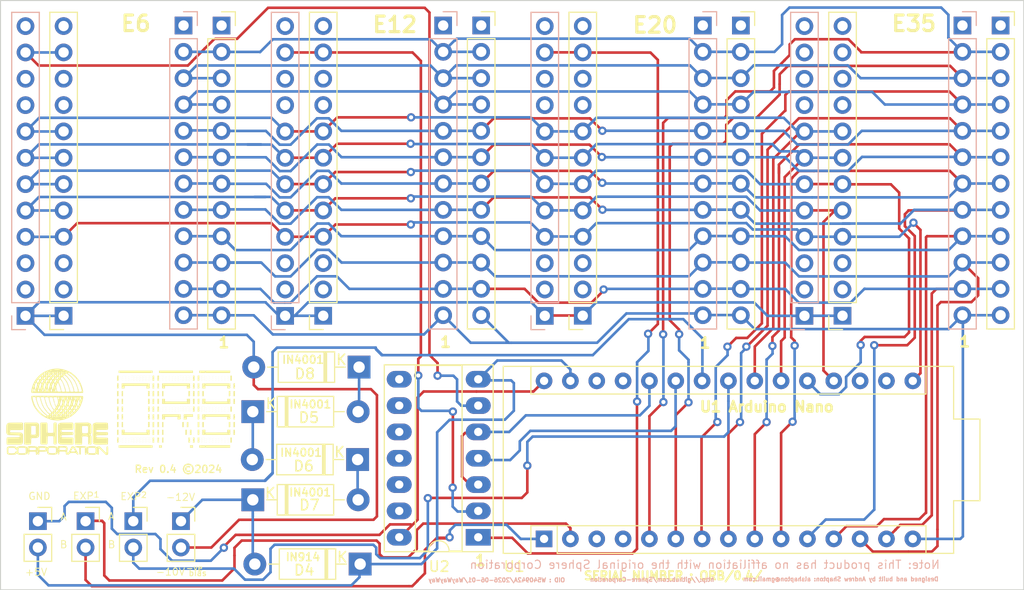
<source format=kicad_pcb>
(kicad_pcb (version 20221018) (generator pcbnew)
  (layers (0 "F.Cu" signal) (31 "B.Cu" signal) (34 "B.Paste" user) (35 "F.Paste" user) (36 "B.SilkS" user "B.Silkscreen") (37 "F.SilkS" user "F.Silkscreen") (38 "B.Mask" user) (39 "F.Mask" user) (44 "Edge.Cuts" user))
  (property "FAB_PLANT_USER" "W540942A")
  (net 0 "")
  (net 6 "Net-(U1-A6{slash}D20)")
  (net 7 "Net-(U1-A7{slash}D21)")
  (net 9 "Net-(J2-Pin_1)")
  (net 10 "Net-(J2-Pin_2)")
  (net 11 "Net-(J3-Pin_1)")
  (net 12 "Net-(J3-Pin_2)")
  (net 13 "Net-(J1-Pin_1)")
  (net 14 "Net-(D4-K)")
  (net 15 "Net-(D4-A)")
  (net 16 "Net-(D5-K)")
  (net 17 "Net-(E12-1-Pin_4)")
  (net 18 "Net-(E12-1-Pin_5)")
  (net 19 "Net-(E12-1-Pin_6)")
  (net 20 "Net-(E12-1-Pin_7)")
  (net 21 "Net-(E12-1-Pin_8)")
  (net 22 "Net-(D5-A)")
  (net 23 "Net-(D6-K)")
  (net 24 "Net-(E6-1-Pin_11)")
  (net 25 "Net-(D8-A)")
  (net 27 "Net-(E12-2-Pin_2)")
  (net 28 "Net-(E12-2-Pin_3)")
  (net 29 "Net-(E12-2-Pin_4)")
  (net 30 "Net-(E12-2-Pin_5)")
  (net 31 "Net-(E12-2-Pin_6)")
  (net 32 "Net-(E12-2-Pin_7)")
  (net 33 "Net-(E12-2-Pin_8)")
  (net 34 "Net-(E12-2-Pin_9)")
  (net 35 "Net-(E12-2-Pin_10)")
  (net 36 "Net-(E12-2-Pin_11)")
  (net 37 "Net-(E12-2-Pin_12)")
  (net 38 "Net-(E12-1-Pin_11)")
  (net 40 "Net-(E20-1-Pin_11)")
  (footprint "Connector_PinSocket_2.54mm:PinSocket_1x12_P2.54mm_Vertical" (layer "F.Cu") (at 164.988127 27.0038)
    (fp_text reference "E20-4" hide)
    (fp_text value "Conn_01x12_Pin" hide)
  )
  (footprint "Connector_PinSocket_2.54mm:PinSocket_1x12_P2.54mm_Vertical" (layer "F.Cu") (at 174.794628 54.99152 180)
    (fp_text reference "E35-3" hide)
    (fp_text value "Conn_01x12_Pin" hide)
  )
  (footprint "Connector_PinSocket_2.54mm:PinSocket_1x02_P2.54mm_Vertical" (layer "F.Cu") (at 101.793117 74.80325)
    (fp_text reference "J2" hide)
    (fp_text value "Conn_01x02_Socket" hide)
  )
  (footprint "Diode_THT:D_DO-41_SOD81_P10.16mm_Horizontal" (layer "F.Cu") (at 128.274335 78.940208 180)
    (fp_text reference "D4")
    (fp_text value "IN914" hide)
  )
  (footprint "Arduino:orb-logo" (layer "F.Cu") (at 110.614279 64.376297)
    (fp_text reference "G***" hide)
    (fp_text value "LOGO" hide)
  )
  (footprint "Connector_PinSocket_2.54mm:PinSocket_1x12_P2.54mm_Vertical" (layer "F.Cu") (at 99.673465 54.993684 180)
    (fp_text reference "E6-3" hide)
    (fp_text value "E6-1C" hide)
  )
  (footprint "Arduino:sphere-corp-board-logo" (layer "F.Cu") (at 99.074497 64.228984)
    (fp_text reference "G***" hide)
    (fp_text value "LOGO" hide)
  )
  (footprint "Connector_PinSocket_2.54mm:PinSocket_1x02_P2.54mm_Vertical" (layer "F.Cu") (at 106.393117 74.80325)
    (fp_text reference "J3" hide)
    (fp_text value "Conn_01x02_Socket" hide)
  )
  (footprint "Connector_PinSocket_2.54mm:PinSocket_1x12_P2.54mm_Vertical" (layer "F.Cu") (at 190.040087 26.999749)
    (fp_text reference "E35-4" hide)
    (fp_text value "Conn_01x12_Pin" hide)
  )
  (footprint "Connector_PinSocket_2.54mm:PinSocket_1x12_P2.54mm_Vertical" (layer "F.Cu") (at 114.908136 27.006837)
    (fp_text reference "E6-4" hide)
    (fp_text value "Conn_01x12_Pin" hide)
  )
  (footprint "Diode_THT:D_DO-41_SOD81_P10.16mm_Horizontal" (layer "F.Cu") (at 128.029694 68.859095 180)
    (fp_text reference "D6")
    (fp_text value "IN4001" hide)
  )
  (footprint "Arduino:Arduino_Nano" (layer "F.Cu") (at 146.011041 76.510671 90)
    (fp_text reference "U1" hide)
    (fp_text value "Arduino_Nano" hide)
  )
  (footprint "Diode_THT:D_DO-41_SOD81_P10.16mm_Horizontal" (layer "F.Cu") (at 117.919247 64.24068)
    (fp_text reference "D5")
    (fp_text value "IN4001" hide)
  )
  (footprint "Connector_PinSocket_2.54mm:PinSocket_1x12_P2.54mm_Vertical" (layer "F.Cu") (at 139.94759 26.996389)
    (fp_text reference "E12-4" hide)
    (fp_text value "Conn_01x12_Pin" hide)
  )
  (footprint "Package_DIP:DIP-14_W7.62mm_Socket_LongPads" (layer "F.Cu") (at 139.662958 76.35459 180)
    (fp_text reference "U2" hide)
    (fp_text value "4071" hide)
  )
  (footprint "Diode_THT:D_DO-41_SOD81_P10.16mm_Horizontal" (layer "F.Cu") (at 128.170946 59.944854 180)
    (fp_text reference "D8")
    (fp_text value "IN4001" hide)
  )
  (footprint "Connector_PinSocket_2.54mm:PinSocket_1x02_P2.54mm_Vertical" (layer "F.Cu") (at 110.993117 74.80325)
    (fp_text reference "J4" hide)
    (fp_text value "Conn_01x02_Socket" hide)
  )
  (footprint "Connector_PinSocket_2.54mm:PinSocket_1x12_P2.54mm_Vertical" (layer "F.Cu") (at 124.711887 54.992349 180)
    (fp_text reference "E12-3" hide)
    (fp_text value "Conn_01x12_Pin" hide)
  )
  (footprint "Connector_PinSocket_2.54mm:PinSocket_1x12_P2.54mm_Vertical" (layer "F.Cu") (at 149.741524 54.99152 180)
    (fp_text reference "E20-3" hide)
    (fp_text value "Conn_01x12_Pin" hide)
  )
  (footprint "Connector_PinSocket_2.54mm:PinSocket_1x02_P2.54mm_Vertical" (layer "F.Cu") (at 97.193117 74.80325)
    (fp_text reference "J1" hide)
    (fp_text value "Conn_01x02_Socket" hide)
  )
  (footprint "Diode_THT:D_DO-41_SOD81_P10.16mm_Horizontal" (layer "F.Cu") (at 117.919247 72.74068)
    (fp_text reference "D7")
    (fp_text value "IN4001")
  )
  (footprint "Connector_PinHeader_2.54mm:PinHeader_1x12_P2.54mm_Vertical" (layer "B.Cu") (at 186.36 27 180)
    (fp_text reference "E35-2" hide)
    (fp_text value "Conn_01x12_Pin" hide)
  )
  (footprint "Connector_PinHeader_2.54mm:PinHeader_1x12_P2.54mm_Vertical" (layer "B.Cu") (at 111.24 27 180)
    (fp_text reference "E6-2" hide)
    (fp_text value "Conn_01x12_Pin" hide)
  )
  (footprint "Connector_PinHeader_2.54mm:PinHeader_1x12_P2.54mm_Vertical" (layer "B.Cu") (at 161.32 27 180)
    (fp_text reference "E20-2" hide)
    (fp_text value "Conn_01x12_Pin" hide)
  )
  (footprint "Connector_PinHeader_2.54mm:PinHeader_1x12_P2.54mm_Vertical" (layer "B.Cu") (at 171.12 55)
    (fp_text reference "E35-1" hide)
    (fp_text value "Conn_01x12_Pin" hide)
  )
  (footprint "Connector_PinHeader_2.54mm:PinHeader_1x12_P2.54mm_Vertical" (layer "B.Cu") (at 146.08 55)
    (fp_text reference "E20-1" hide)
    (fp_text value "Conn_01x12_Pin" hide)
  )
  (footprint "Connector_PinHeader_2.54mm:PinHeader_1x12_P2.54mm_Vertical" (layer "B.Cu") (at 136.28 27 180)
    (fp_text reference "E12-2" hide)
    (fp_text value "Conn_01x12_Pin" hide)
  )
  (footprint "Connector_PinHeader_2.54mm:PinHeader_1x12_P2.54mm_Vertical" (layer "B.Cu") (at 96 55)
    (fp_text reference "E6-1" hide)
    (fp_text value "E6-1C" hide)
  )
  (footprint "Connector_PinHeader_2.54mm:PinHeader_1x12_P2.54mm_Vertical" (layer "B.Cu") (at 121.04 55)
    (fp_text reference "E12-1" hide)
    (fp_text value "Conn_01x12_Pin" hide)
  )
  (gr_rect (start 93.590268 24.59) (end 192.266646 81.419717) (stroke (width 0.1)) (fill none) (layer "Edge.Cuts"))
  (gr_text "Note: This product has no affiliation with the original Sphere Corporation" (at 184.240317 79.463184) (layer "B.SilkS") (effects (font (size 0.8 0.8) (thickness 0.1)) (justify left bottom mirror)))
  (gr_text "http://github.com/Sphere-Corporation" (at 162.469772 80.67008) (layer "B.SilkS") (effects (font (size 0.4 0.4) (thickness 0.1) bold) (justify left bottom mirror)))
  (gr_text "OID : ${FAB_PLANT_USER}/${CURRENT_DATE}/WayWayWay" (at 148.079859 80.716499) (layer "B.SilkS") (effects (font (size 0.4 0.4) (thickness 0.1) bold) (justify left bottom mirror)))
  (gr_text "Designed and built by Andrew Shapton: alshapton@gmail.com" (at 184.10106 80.623661) (layer "B.SilkS") (effects (font (size 0.4 0.4) (thickness 0.1) bold) (justify left bottom mirror)))
  (gr_text "IN4001" (at 122.76793 59.231128) (layer "F.SilkS") (effects (font (size 0.75 0.75))))
  (gr_text "1" (at 114.496297 58.166123) (layer "F.SilkS") (effects (font (size 1 1) (thickness 0.25) bold) (justify left bottom)))
  (gr_text "A" (at 103.911503 74.75242) (layer "F.SilkS") (effects (font (size 0.7 0.7) (thickness 0.0875)) (justify left bottom)))
  (gr_text "E20" (at 154.402851 27.8416) (layer "F.SilkS") (effects (font (size 1.5 1.5) (thickness 0.3) bold) (justify left bottom)))
  (gr_text "A" (at 99.310292 74.795422) (layer "F.SilkS") (effects (font (size 0.7 0.7) (thickness 0.0875)) (justify left bottom)))
  (gr_text "1" (at 185.938947 58.083099) (layer "F.SilkS") (effects (font (size 1 1) (thickness 0.25) bold) (justify left bottom)))
  (gr_text "+5V" (at 95.900909 80.129162) (layer "F.SilkS") (effects (font (size 0.7 0.7) (thickness 0.0875)) (justify left bottom)))
  (gr_text "IN4001" (at 122.580159 68.192479) (layer "F.SilkS") (effects (font (size 0.75 0.75))))
  (gr_text "U1 Arduino Nano" (at 160.89958 64.355094) (layer "F.SilkS") (effects (font (size 1 1) (thickness 0.25) bold) (justify left bottom)))
  (gr_text "B" (at 99.26729 77.461545) (layer "F.SilkS") (effects (font (size 0.7 0.7) (thickness 0.0875)) (justify left bottom)))
  (gr_text "E6" (at 105.053519 27.68842) (layer "F.SilkS") (effects (font (size 1.5 1.5) (thickness 0.3) bold) (justify left bottom)))
  (gr_text "1" (at 160.894583 58.207636) (layer "F.SilkS") (effects (font (size 1 1) (thickness 0.25) bold) (justify left bottom)))
  (gr_text "EXP^{2}" (at 105.096042 72.824446) (layer "F.SilkS") (effects (font (size 0.7 0.7) (thickness 0.0875)) (justify left bottom)))
  (gr_text "^{-ve}" (at 113.146916 79.879038) (layer "F.SilkS") (effects (font (size 0.7 0.7) (thickness 0.0875)) (justify right bottom)))
  (gr_text "SERIAL NUMBER : ORB/0.4/" (at 149.750945 80.530823) (layer "F.SilkS") (effects (font (size 0.8 0.8) (thickness 0.2) bold) (justify left bottom)))
  (gr_text "GND" (at 96.21292 72.806092) (layer "F.SilkS") (effects (font (size 0.7 0.7) (thickness 0.09375)) (justify left bottom)))
  (gr_text "IN4001" (at 123.472069 63.534204) (layer "F.SilkS") (effects (font (size 0.75 0.75))))
  (gr_text "Rev 0.4 ©2024" (at 106.446958 70.194187) (layer "F.SilkS") (effects (font (size 0.7 0.7) (thickness 0.125)) (justify left bottom)))
  (gr_text "-12V" (at 109.500897 72.89786) (layer "F.SilkS") (effects (font (size 0.7 0.7) (thickness 0.0875)) (justify left bottom)))
  (gr_text "EXP^{1}" (at 100.526006 72.787738) (layer "F.SilkS") (effects (font (size 0.7 0.7) (thickness 0.0875)) (justify left bottom)))
  (gr_text "E12" (at 129.317153 27.79054) (layer "F.SilkS") (effects (font (size 1.5 1.5) (thickness 0.3) bold) (justify left bottom)))
  (gr_text "1" (at 139.237622 79.171342) (layer "F.SilkS") (effects (font (size 1 1) (thickness 0.25) bold) (justify left bottom)))
  (gr_text "1" (at 135.875126 58.124611) (layer "F.SilkS") (effects (font (size 1 1) (thickness 0.25) bold) (justify left bottom)))
  (gr_text "U2" (at 135.897111 79.181964) (layer "F.SilkS") (effects (font (size 1 1))))
  (gr_text "E35" (at 179.37111 27.68842) (layer "F.SilkS") (effects (font (size 1.5 1.5) (thickness 0.3) bold) (justify left bottom)))
  (gr_text "^{bias}" (at 111.684064 80.356497) (layer "F.SilkS") (effects (font (size 0.7 0.7) (thickness 0.0875)) (justify left bottom)))
  (gr_text "-10V" (at 111.440255 80.102529) (layer "F.SilkS") (effects (font (size 0.7 0.7) (thickness 0.0875)) (justify right bottom)))
  (gr_text "U1" (at 143.128799 79.181964) (layer "F.SilkS") (effects (font (size 1 1))))
  (gr_text "IN914" (at 122.752282 78.261676) (layer "F.SilkS") (effects (font (size 0.75 0.75))))
  (gr_text "B" (at 103.890002 77.461545) (layer "F.SilkS") (effects (font (size 0.7 0.7) (thickness 0.0875)) (justify left bottom)))
  (segment (start 143.670767 67.104018) (end 144.680954 66.093832) (width 0.25) (layer "B.Cu") (net 6))
  (segment (start 158.695733 61.285979) (end 158.711041 61.270671) (width 0.25) (layer "B.Cu") (net 6))
  (segment (start 139.643761 68.905454) (end 142.745091 68.905454) (width 0.25) (layer "B.Cu") (net 6))
  (segment (start 158.26129 66.093832) (end 158.695733 65.659389) (width 0.25) (layer "B.Cu") (net 6))
  (segment (start 144.680954 66.093832) (end 158.26129 66.093832) (width 0.25) (layer "B.Cu") (net 6))
  (segment (start 142.745091 68.905454) (end 143.670409 67.980136) (width 0.25) (layer "B.Cu") (net 6))
  (segment (start 158.695733 65.659389) (end 158.695733 61.285979) (width 0.25) (layer "B.Cu") (net 6))
  (segment (start 139.580919 68.842612) (end 139.643761 68.905454) (width 0.25) (layer "B.Cu") (net 6))
  (segment (start 143.670767 67.104018) (end 143.670767 67.925971) (width 0.25) (layer "B.Cu") (net 6))
  (segment (start 138.105919 66.578262) (end 138.105919 70.516112) (width 0.25) (layer "F.Cu") (net 7))
  (segment (start 138.972419 71.382612) (end 139.580919 71.382612) (width 0.25) (layer "F.Cu") (net 7))
  (segment (start 138.381569 66.302612) (end 138.105919 66.578262) (width 0.25) (layer "F.Cu") (net 7))
  (segment (start 139.580919 66.302612) (end 138.381569 66.302612) (width 0.25) (layer "F.Cu") (net 7))
  (segment (start 138.105919 70.516112) (end 138.972419 71.382612) (width 0.25) (layer "F.Cu") (net 7))
  (segment (start 144.251355 64.596765) (end 142.65353 66.19459) (width 0.25) (layer "B.Cu") (net 7))
  (segment (start 155.25159 64.596765) (end 144.251355 64.596765) (width 0.25) (layer "B.Cu") (net 7))
  (segment (start 142.65353 66.19459) (end 139.662958 66.19459) (width 0.25) (layer "B.Cu") (net 7))
  (segment (start 156.171041 61.270671) (end 156.171041 63.677314) (width 0.25) (layer "B.Cu") (net 7))
  (segment (start 156.171041 63.677314) (end 155.25159 64.596765) (width 0.25) (layer "B.Cu") (net 7))
  (segment (start 116.154393 79.343298) (end 114.975626 80.522065) (width 0.25) (layer "F.Cu") (net 9))
  (segment (start 103.387542 74.780774) (end 103.562266 74.955498) (width 0.25) (layer "F.Cu") (net 9))
  (segment (start 148.120484 75.037311) (end 134.352296 75.037311) (width 0.25) (layer "F.Cu") (net 9))
  (segment (start 148.551041 75.467868) (end 148.120484 75.037311) (width 0.25) (layer "F.Cu") (net 9))
  (segment (start 116.852284 76.672606) (end 129.857382 76.672606) (width 0.25) (layer "F.Cu") (net 9))
  (segment (start 104.081181 80.522065) (end 103.596076 80.03696) (width 0.25) (layer "F.Cu") (net 9))
  (segment (start 134.352296 75.037311) (end 133.734813 75.654794) (width 0.25) (layer "F.Cu") (net 9))
  (segment (start 132.917066 78.29161) (end 130.461913 78.29161) (width 0.25) (layer "F.Cu") (net 9))
  (segment (start 103.596076 74.999258) (end 103.457105 74.860287) (width 0.25) (layer "F.Cu") (net 9))
  (segment (start 130.461913 78.29161) (end 130.167651 77.997348) (width 0.25) (layer "F.Cu") (net 9))
  (segment (start 116.154393 78.108736) (end 116.154393 77.370497) (width 0.25) (layer "F.Cu") (net 9))
  (segment (start 103.387542 74.768228) (end 101.828139 74.768228) (width 0.25) (layer "F.Cu") (net 9))
  (segment (start 116.154393 78.108736) (end 116.154393 79.343298) (width 0.25) (layer "F.Cu") (net 9))
  (segment (start 133.734813 75.654794) (end 133.734813 77.473863) (width 0.25) (layer "F.Cu") (net 9))
  (segment (start 103.387542 74.768228) (end 103.387542 74.780774) (width 0.25) (layer "F.Cu") (net 9))
  (segment (start 129.857382 76.672606) (end 130.148328 76.963552) (width 0.25) (layer "F.Cu") (net 9))
  (segment (start 114.975626 80.522065) (end 104.081181 80.522065) (width 0.25) (layer "F.Cu") (net 9))
  (segment (start 148.551041 76.510671) (end 148.551041 75.467868) (width 0.25) (layer "F.Cu") (net 9))
  (segment (start 103.596076 80.03696) (end 103.596076 74.999258) (width 0.25) (layer "F.Cu") (net 9))
  (segment (start 116.154393 77.370497) (end 116.852284 76.672606) (width 0.25) (layer "F.Cu") (net 9))
  (segment (start 130.148328 76.963552) (end 130.148328 77.978024) (width 0.25) (layer "F.Cu") (net 9))
  (segment (start 101.828139 74.768228) (end 101.793117 74.80325) (width 0.25) (layer "F.Cu") (net 9))
  (segment (start 133.734813 77.473863) (end 132.917066 78.29161) (width 0.25) (layer "F.Cu") (net 9))
  (segment (start 132.984622 81.072065) (end 133.295868 81.072065) (width 0.25) (layer "F.Cu") (net 10))
  (segment (start 133.792413 80.557982) (end 134.518026 79.832369) (width 0.25) (layer "F.Cu") (net 10))
  (segment (start 101.793117 80.468647) (end 102.396535 81.072065) (width 0.25) (layer "F.Cu") (net 10))
  (segment (start 136.71021 76.456406) (end 136.754054 76.412562) (width 0.25) (layer "F.Cu") (net 10))
  (segment (start 134.518026 79.832369) (end 134.518026 77.574419) (width 0.25) (layer "F.Cu") (net 10))
  (segment (start 134.518026 77.574419) (end 135.636039 76.456406) (width 0.25) (layer "F.Cu") (net 10))
  (segment (start 102.396535 81.072065) (end 132.984622 81.072065) (width 0.25) (layer "F.Cu") (net 10))
  (segment (start 135.636039 76.456406) (end 136.71021 76.456406) (width 0.25) (layer "F.Cu") (net 10))
  (segment (start 133.792413 80.575519) (end 133.792413 80.557982) (width 0.25) (layer "F.Cu") (net 10))
  (segment (start 135.723728 76.403793) (end 136.819819 76.403793) (width 0.25) (layer "F.Cu") (net 10))
  (segment (start 101.793117 77.34325) (end 101.793117 80.468647) (width 0.25) (layer "F.Cu") (net 10))
  (segment (start 133.295868 81.072065) (end 133.792413 80.575519) (width 0.25) (layer "F.Cu") (net 10))
  (via (at 136.896949 76.358553) (size 0.8) (drill 0.4) (layers "F.Cu" "B.Cu") (net 10))
  (segment (start 142.402749 75.163772) (end 142.760034 75.521057) (width 0.25) (layer "B.Cu") (net 10))
  (segment (start 136.920574 75.692975) (end 137.460068 75.153481) (width 0.25) (layer "B.Cu") (net 10))
  (segment (start 136.920574 76.292886) (end 136.920574 75.692975) (width 0.25) (layer "B.Cu") (net 10))
  (segment (start 143.827647 76.510671) (end 143.754298 76.510671) (width 0.25) (layer "B.Cu") (net 10))
  (segment (start 143.754298 76.510671) (end 142.633594 75.389967) (width 0.25) (layer "B.Cu") (net 10))
  (segment (start 142.402749 75.153481) (end 142.402749 75.163772) (width 0.25) (layer "B.Cu") (net 10))
  (segment (start 137.460068 75.153481) (end 142.402749 75.153481) (width 0.25) (layer "B.Cu") (net 10))
  (segment (start 146.011041 76.510671) (end 143.827647 76.510671) (width 0.25) (layer "B.Cu") (net 10))
  (segment (start 136.896949 76.316511) (end 136.920574 76.292886) (width 0.25) (layer "B.Cu") (net 10))
  (segment (start 136.896949 76.358553) (end 136.896949 76.316511) (width 0.25) (layer "B.Cu") (net 10))
  (segment (start 106.393117 72.517286) (end 108.004025 70.906378) (width 0.25) (layer "B.Cu") (net 11))
  (segment (start 129.779117 58.063212) (end 129.779117 58.146793) (width 0.25) (layer "B.Cu") (net 11))
  (segment (start 129.779117 58.146793) (end 130.422732 58.790408) (width 0.25) (layer "B.Cu") (net 11))
  (segment (start 159.436887 55.319482) (end 154.179366 55.319482) (width 0.25) (layer "B.Cu") (net 11))
  (segment (start 119.829802 58.490779) (end 120.24012 58.080461) (width 0.25) (layer "B.Cu") (net 11))
  (segment (start 150.70844 58.790408) (end 130.35837 58.790408) (width 0.25) (layer "B.Cu") (net 11))
  (segment (start 106.393117 74.80325) (end 106.393117 73.309387) (width 0.25) (layer "B.Cu") (net 11))
  (segment (start 108.004025 70.906378) (end 119.124557 70.906378) (width 0.25) (layer "B.Cu") (net 11))
  (segment (start 161.251041 61.270671) (end 161.279977 61.241735) (width 0.25) (layer "B.Cu") (net 11))
  (segment (start 161.279977 57.162572) (end 159.436887 55.319482) (width 0.25) (layer "B.Cu") (net 11))
  (segment (start 161.279977 61.241735) (end 161.279977 57.162572) (width 0.25) (layer "B.Cu") (net 11))
  (segment (start 119.052696 70.910016) (end 119.829802 70.13291) (width 0.25) (layer "B.Cu") (net 11))
  (segment (start 119.829802 70.13291) (end 119.829802 58.490779) (width 0.25) (layer "B.Cu") (net 11))
  (segment (start 154.179366 55.319482) (end 150.70844 58.790408) (width 0.25) (layer "B.Cu") (net 11))
  (segment (start 120.257698 58.063212) (end 129.779117 58.063212) (width 0.25) (layer "B.Cu") (net 11))
  (segment (start 119.124557 70.906378) (end 119.827118 70.203817) (width 0.25) (layer "B.Cu") (net 11))
  (segment (start 130.35837 58.790408) (end 129.8067 58.238738) (width 0.25) (layer "B.Cu") (net 11))
  (segment (start 106.393117 73.309387) (end 106.393117 72.517286) (width 0.25) (layer "B.Cu") (net 11))
  (segment (start 144.395573 72.025034) (end 143.861397 72.55921) (width 0.25) (layer "F.Cu") (net 12))
  (segment (start 144.395573 69.443182) (end 144.395573 72.025034) (width 0.25) (layer "F.Cu") (net 12))
  (segment (start 134.824916 72.55921) (end 134.802659 72.581467) (width 0.25) (layer "F.Cu") (net 12))
  (segment (start 143.861397 72.55921) (end 134.824916 72.55921) (width 0.25) (layer "F.Cu") (net 12))
  (via (at 144.395573 69.443182) (size 0.8) (drill 0.4) (layers "F.Cu" "B.Cu") (net 12))
  (via (at 134.802659 72.581467) (size 0.8) (drill 0.4) (layers "F.Cu" "B.Cu") (net 12))
  (segment (start 118.909422 80.444717) (end 117.171343 80.444717) (width 0.25) (layer "B.Cu") (net 12))
  (segment (start 106.966125 79.376847) (end 106.392869 78.803591) (width 0.25) (layer "B.Cu") (net 12))
  (segment (start 116.103473 79.376847) (end 106.966125 79.376847) (width 0.25) (layer "B.Cu") (net 12))
  (segment (start 117.171343 80.444717) (end 116.103473 79.376847) (width 0.25) (layer "B.Cu") (net 12))
  (segment (start 119.629864 77.465995) (end 119.629864 79.724275) (width 0.25) (layer "B.Cu") (net 12))
  (segment (start 144.518534 67.034069) (end 144.908771 66.643832) (width 0.25) (layer "B.Cu") (net 12))
  (segment (start 134.030329 78.363924) (end 130.224325 78.363924) (width 0.25) (layer "B.Cu") (net 12))
  (segment (start 163.378639 66.643832) (end 144.908771 66.643832) (width 0.25) (layer "B.Cu") (net 12))
  (segment (start 119.629864 79.724275) (end 118.909422 80.444717) (width 0.25) (layer "B.Cu") (net 12))
  (segment (start 144.395573 69.443182) (end 144.395573 67.15703) (width 0.25) (layer "B.Cu") (net 12))
  (segment (start 129.825377 77.356802) (end 129.541976 77.073401) (width 0.25) (layer "B.Cu") (net 12))
  (segment (start 129.541976 77.073401) (end 120.022458 77.073401) (width 0.25) (layer "B.Cu") (net 12))
  (segment (start 163.791041 63.224839) (end 163.791041 66.223266) (width 0.25) (layer "B.Cu") (net 12))
  (segment (start 163.791041 61.270671) (end 163.791041 63.224839) (width 0.25) (layer "B.Cu") (net 12))
  (segment (start 134.802659 72.581467) (end 134.802659 77.591594) (width 0.25) (layer "B.Cu") (net 12))
  (segment (start 134.802659 77.591594) (end 134.030329 78.363924) (width 0.25) (layer "B.Cu") (net 12))
  (segment (start 144.395573 67.15703) (end 144.518534 67.034069) (width 0.25) (layer "B.Cu") (net 12))
  (segment (start 120.022458 77.073401) (end 119.629864 77.465995) (width 0.25) (layer "B.Cu") (net 12))
  (segment (start 129.825377 77.986971) (end 129.825377 77.356802) (width 0.25) (layer "B.Cu") (net 12))
  (segment (start 163.791041 66.223266) (end 163.378639 66.635668) (width 0.25) (layer "B.Cu") (net 12))
  (segment (start 130.123941 78.285535) (end 129.825377 77.986971) (width 0.25) (layer "B.Cu") (net 12))
  (segment (start 106.392869 78.803591) (end 106.392869 77.343498) (width 0.25) (layer "B.Cu") (net 12))
  (segment (start 163.378639 66.635668) (end 163.378639 66.643832) (width 0.25) (layer "B.Cu") (net 12))
  (segment (start 133.177419 75.113498) (end 131.148929 75.113498) (width 0.25) (layer "F.Cu") (net 13))
  (segment (start 133.817686 62.875252) (end 133.817686 74.660357) (width 0.25) (layer "F.Cu") (net 13))
  (segment (start 131.148929 75.113498) (end 130.139821 76.122606) (width 0.25) (layer "F.Cu") (net 13))
  (segment (start 115.721302 76.666911) (end 115.130675 77.257538) (width 0.25) (layer "F.Cu") (net 13))
  (segment (start 139.493392 62.297612) (end 134.395326 62.297612) (width 0.25) (layer "F.Cu") (net 13))
  (segment (start 130.139821 76.122606) (end 116.624466 76.122606) (width 0.25) (layer "F.Cu") (net 13))
  (segment (start 116.265607 76.122606) (end 115.721302 76.666911) (width 0.25) (layer "F.Cu") (net 13))
  (segment (start 116.624466 76.122606) (end 116.265607 76.122606) (width 0.25) (layer "F.Cu") (net 13))
  (segment (start 134.395326 62.297612) (end 133.817686 62.875252) (width 0.25) (layer "F.Cu") (net 13))
  (segment (start 115.130675 77.257538) (end 115.130675 77.361766) (width 0.25) (layer "F.Cu") (net 13))
  (segment (start 146.011041 61.270671) (end 144.9841 62.297612) (width 0.25) (layer "F.Cu") (net 13))
  (segment (start 144.9841 62.297612) (end 139.493392 62.297612) (width 0.25) (layer "F.Cu") (net 13))
  (segment (start 133.817686 74.660357) (end 132.015431 76.462612) (width 0.25) (layer "F.Cu") (net 13))
  (via (at 115.130675 77.361766) (size 0.8) (drill 0.4) (layers "F.Cu" "B.Cu") (net 13))
  (segment (start 103.747251 72.942743) (end 104.322854 73.518346) (width 0.25) (layer "B.Cu") (net 13))
  (segment (start 100.170248 72.942743) (end 99.766974 73.346017) (width 0.25) (layer "B.Cu") (net 13))
  (segment (start 99.255516 74.80325) (end 97.193117 74.80325) (width 0.25) (layer "B.Cu") (net 13))
  (segment (start 113.874191 78.61825) (end 110.13346 78.61825) (width 0.25) (layer "B.Cu") (net 13))
  (segment (start 103.730108 72.942743) (end 103.747251 72.942743) (width 0.25) (layer "B.Cu") (net 13))
  (segment (start 109.015948 77.500738) (end 109.015948 76.52794) (width 0.25) (layer "B.Cu") (net 13))
  (segment (start 99.766974 74.291792) (end 99.255516 74.80325) (width 0.25) (layer "B.Cu") (net 13))
  (segment (start 108.529549 76.041541) (end 104.846816 76.041541) (width 0.25) (layer "B.Cu") (net 13))
  (segment (start 99.766974 73.346017) (end 99.766974 74.291792) (width 0.25) (layer "B.Cu") (net 13))
  (segment (start 104.325674 75.520399) (end 104.325674 73.522691) (width 0.25) (layer "B.Cu") (net 13))
  (segment (start 104.846816 76.041541) (end 104.325674 75.520399) (width 0.25) (layer "B.Cu") (net 13))
  (segment (start 115.130675 77.361766) (end 113.874191 78.61825) (width 0.25) (layer "B.Cu") (net 13))
  (segment (start 110.13346 78.61825) (end 109.015948 77.500738) (width 0.25) (layer "B.Cu") (net 13))
  (segment (start 103.730108 72.942743) (end 100.170248 72.942743) (width 0.25) (layer "B.Cu") (net 13))
  (segment (start 109.015948 76.52794) (end 108.529549 76.041541) (width 0.25) (layer "B.Cu") (net 13))
  (segment (start 128.274335 78.940208) (end 134.182483 78.940208) (width 0.25) (layer "B.Cu") (net 14))
  (segment (start 142.834284 61.222612) (end 139.580919 61.222612) (width 0.25) (layer "B.Cu") (net 14))
  (segment (start 148.551041 60.175191) (end 147.68372 59.30787) (width 0.25) (layer "B.Cu") (net 14))
  (segment (start 98.221963 80.994717) (end 97.19472 79.967474) (width 0.25) (layer "B.Cu") (net 14))
  (segment (start 136.896949 65.033731) (end 137.094451 65.033731) (width 0.25) (layer "B.Cu") (net 14))
  (segment (start 142.232708 65.016502) (end 137.030987 65.016502) (width 0.25) (layer "B.Cu") (net 14))
  (segment (start 127.42381 80.994717) (end 98.221963 80.994717) (width 0.25) (layer "B.Cu") (net 14))
  (segment (start 147.68372 59.30787) (end 141.495661 59.30787) (width 0.25) (layer "B.Cu") (net 14))
  (segment (start 135.699376 66.231304) (end 136.896949 65.033731) (width 0.25) (layer "B.Cu") (net 14))
  (segment (start 143.094761 64.154449) (end 143.094761 61.483089) (width 0.25) (layer "B.Cu") (net 14))
  (segment (start 128.206834 80.208738) (end 128.206834 79.007709) (width 0.25) (layer "B.Cu") (net 14))
  (segment (start 143.094761 64.154449) (end 142.232708 65.016502) (width 0.25) (layer "B.Cu") (net 14))
  (segment (start 141.495661 59.30787) (end 139.580919 61.222612) (width 0.25) (layer "B.Cu") (net 14))
  (segment (start 127.885376 80.533151) (end 127.885376 80.530196) (width 0.25) (layer "B.Cu") (net 14))
  (segment (start 135.699376 77.423314) (end 135.699376 66.231304) (width 0.25) (layer "B.Cu") (net 14))
  (segment (start 128.206834 79.007709) (end 128.274335 78.940208) (width 0.25) (layer "B.Cu") (net 14))
  (segment (start 127.885376 80.530196) (end 128.206834 80.208738) (width 0.25) (layer "B.Cu") (net 14))
  (segment (start 97.19472 77.344853) (end 97.193117 77.34325) (width 0.25) (layer "B.Cu") (net 14))
  (segment (start 97.19472 79.967474) (end 97.19472 77.344853) (width 0.25) (layer "B.Cu") (net 14))
  (segment (start 148.551041 61.270671) (end 148.551041 60.175191) (width 0.25) (layer "B.Cu") (net 14))
  (segment (start 143.094761 61.483089) (end 142.834284 61.222612) (width 0.25) (layer "B.Cu") (net 14))
  (segment (start 134.182483 78.940208) (end 135.699376 77.423314) (width 0.25) (layer "B.Cu") (net 14))
  (segment (start 127.885376 80.533151) (end 127.42381 80.994717) (width 0.25) (layer "B.Cu") (net 14))
  (segment (start 117.919247 78.74512) (end 118.114335 78.940208) (width 0.25) (layer "B.Cu") (net 15))
  (segment (start 117.919247 72.74068) (end 113.055687 72.74068) (width 0.25) (layer "B.Cu") (net 15))
  (segment (start 113.055687 72.74068) (end 110.993117 74.80325) (width 0.25) (layer "B.Cu") (net 15))
  (segment (start 117.919247 72.74068) (end 117.919247 78.74512) (width 0.25) (layer "B.Cu") (net 15))
  (segment (start 117.919247 64.24068) (end 117.919247 68.809542) (width 0.25) (layer "B.Cu") (net 16))
  (segment (start 117.919247 68.809542) (end 117.869694 68.859095) (width 0.25) (layer "B.Cu") (net 16))
  (segment (start 133.160489 46.191077) (end 125.893159 46.191077) (width 0.25) (layer "F.Cu") (net 17))
  (segment (start 119.721837 46.061837) (end 100.985312 46.061837) (width 0.25) (layer "F.Cu") (net 17))
  (segment (start 100.985312 46.061837) (end 99.673465 47.373684) (width 0.25) (layer "F.Cu") (net 17))
  (segment (start 182.309367 60.532345) (end 181.571041 61.270671) (width 0.25) (layer "F.Cu") (net 17))
  (segment (start 121.047651 47.372349) (end 121.04 47.38) (width 0.25) (layer "F.Cu") (net 17))
  (segment (start 121.04 47.38) (end 119.721837 46.061837) (width 0.25) (layer "F.Cu") (net 17))
  (segment (start 124.711887 47.372349) (end 121.047651 47.372349) (width 0.25) (layer "F.Cu") (net 17))
  (segment (start 125.893159 46.191077) (end 124.711887 47.372349) (width 0.25) (layer "F.Cu") (net 17))
  (segment (start 181.636286 46.039842) (end 182.309367 46.712923) (width 0.25) (layer "F.Cu") (net 17))
  (segment (start 182.309367 46.712923) (end 182.309367 60.532345) (width 0.25) (layer "F.Cu") (net 17))
  (via (at 181.63503 46.014805) (size 0.8) (drill 0.4) (layers "F.Cu" "B.Cu") (net 17))
  (via (at 133.160489 46.191077) (size 0.8) (drill 0.4) (layers "F.Cu" "B.Cu") (net 17))
  (segment (start 180.278315 47.37152) (end 174.794628 47.37152) (width 0.25) (layer "B.Cu") (net 17))
  (segment (start 166.140114 46.672664) (end 165.52125 46.0538) (width 0.25) (layer "B.Cu") (net 17))
  (segment (start 171.12848 47.37152) (end 171.12 47.38) (width 0.25) (layer "B.Cu") (net 17))
  (segment (start 144.895 46.195) (end 146.08 47.38) (width 0.25) (layer "B.Cu") (net 17))
  (segment (start 151.054244 46.0588) (end 149.741524 47.37152) (width 0.25) (layer "B.Cu") (net 17))
  (segment (start 169.54475 46.672664) (end 166.140114 46.672664) (width 0.25) (layer "B.Cu") (net 17))
  (segment (start 181.63503 46.014805) (end 180.278315 47.37152) (width 0.25) (layer "B.Cu") (net 17))
  (segment (start 165.51625 46.0588) (end 151.054244 46.0588) (width 0.25) (layer "B.Cu") (net 17))
  (segment (start 149.746582 47.346828) (end 146.113172 47.346828) (width 0.25) (layer "B.Cu") (net 17))
  (segment (start 170.412664 46.672664) (end 169.54475 46.672664) (width 0.25) (layer "B.Cu") (net 17))
  (segment (start 144.895 46.195) (end 144.877946 46.195) (width 0.25) (layer "B.Cu") (net 17))
  (segment (start 174.794628 47.37152) (end 171.12848 47.37152) (width 0.25) (layer "B.Cu") (net 17))
  (segment (start 133.164412 46.195) (end 133.160489 46.191077) (width 0.25) (layer "B.Cu") (net 17))
  (segment (start 171.12 47.38) (end 170.412664 46.672664) (width 0.25) (layer "B.Cu") (net 17))
  (segment (start 146.113172 47.346828) (end 146.08 47.38) (width 0.25) (layer "B.Cu") (net 17))
  (segment (start 133.364148 45.992332) (end 133.181462 46.175018) (width 0.25) (layer "B.Cu") (net 17))
  (segment (start 96 47.38) (end 99.709823 47.38) (width 0.25) (layer "B.Cu") (net 17))
  (segment (start 144.675278 45.992332) (end 133.364148 45.992332) (width 0.25) (layer "B.Cu") (net 17))
  (segment (start 144.877946 46.195) (end 144.675278 45.992332) (width 0.25) (layer "B.Cu") (net 17))
  (segment (start 165.52125 46.0538) (end 165.51625 46.0588) (width 0.25) (layer "B.Cu") (net 17))
  (segment (start 151.058044 46.055) (end 149.741524 47.37152) (width 0.25) (layer "B.Cu") (net 17))
  (segment (start 121.047651 44.832349) (end 121.04 44.84) (width 0.25) (layer "F.Cu") (net 18))
  (segment (start 124.711887 44.832349) (end 121.047651 44.832349) (width 0.25) (layer "F.Cu") (net 18))
  (segment (start 172.958739 60.278369) (end 172.958739 45.947016) (width 0.25) (layer "F.Cu") (net 18))
  (segment (start 125.879799 43.664437) (end 124.711887 44.832349) (width 0.25) (layer "F.Cu") (net 18))
  (segment (start 173.951041 61.270671) (end 172.958739 60.278369) (width 0.25) (layer "F.Cu") (net 18))
  (segment (start 133.160306 43.664437) (end 125.879799 43.664437) (width 0.25) (layer "F.Cu") (net 18))
  (segment (start 172.958739 45.947016) (end 174.074235 44.83152) (width 0.25) (layer "F.Cu") (net 18))
  (segment (start 174.074235 44.83152) (end 174.794628 44.83152) (width 0.25) (layer "F.Cu") (net 18))
  (segment (start 174.794628 44.83152) (end 171.12848 44.83152) (width 0.25) (layer "F.Cu") (net 18))
  (via (at 133.160306 43.664437) (size 0.8) (drill 0.4) (layers "F.Cu" "B.Cu") (net 18))
  (segment (start 133.358671 43.496276) (end 144.736276 43.496276) (width 0.25) (layer "B.Cu") (net 18))
  (segment (start 96 44.84) (end 99.709823 44.84) (width 0.25) (layer "B.Cu") (net 18))
  (segment (start 151.068044 43.505) (end 149.741524 44.83152) (width 0.25) (layer "B.Cu") (net 18))
  (segment (start 133.19051 43.664437) (end 133.358671 43.496276) (width 0.25) (layer "B.Cu") (net 18))
  (segment (start 151.064244 43.5088) (end 149.741524 44.83152) (width 0.25) (layer "B.Cu") (net 18))
  (segment (start 165.51625 43.5088) (end 151.064244 43.5088) (width 0.25) (layer "B.Cu") (net 18))
  (segment (start 119.689224 43.530165) (end 118.098804 43.530165) (width 0.25) (layer "B.Cu") (net 18))
  (segment (start 146.08848 44.83152) (end 146.08 44.84) (width 0.25) (layer "B.Cu") (net 18))
  (segment (start 144.736276 43.496276) (end 146.08 44.84) (width 0.25) (layer "B.Cu") (net 18))
  (segment (start 149.741524 44.83152) (end 146.08848 44.83152) (width 0.25) (layer "B.Cu") (net 18))
  (segment (start 97.302529 43.537471) (end 96 44.84) (width 0.25) (layer "B.Cu") (net 18))
  (segment (start 119.142034 43.537471) (end 97.302529 43.537471) (width 0.25) (layer "B.Cu") (net 18))
  (segment (start 121.04 44.84) (end 120.999059 44.84) (width 0.25) (layer "B.Cu") (net 18))
  (segment (start 120.999059 44.84) (end 119.689224 43.530165) (width 0.25) (layer "B.Cu") (net 18))
  (segment (start 96 44.84) (end 97.30942 43.530579) (width 0.25) (layer "B.Cu") (net 18))
  (segment (start 133.160306 43.664437) (end 133.19051 43.664437) (width 0.25) (layer "B.Cu") (net 18))
  (segment (start 166.84745 44.84) (end 165.51625 43.5088) (width 0.25) (layer "B.Cu") (net 18))
  (segment (start 171.12 44.84) (end 166.84745 44.84) (width 0.25) (layer "B.Cu") (net 18))
  (segment (start 174.81616 42.313052) (end 174.794628 42.29152) (width 0.25) (layer "F.Cu") (net 19))
  (segment (start 125.87255 41.131686) (end 124.711887 42.292349) (width 0.25) (layer "F.Cu") (net 19))
  (segment (start 181.209367 56.605991) (end 181.209367 47.533687) (width 0.25) (layer "F.Cu") (net 19))
  (segment (start 124.711887 42.292349) (end 121.047651 42.292349) (width 0.25) (layer "F.Cu") (net 19))
  (segment (start 176.920251 57.036859) (end 180.778499 57.036859) (width 0.25) (layer "F.Cu") (net 19))
  (segment (start 176.541776 57.415335) (end 176.920251 57.036859) (width 0.25) (layer "F.Cu") (net 19))
  (segment (start 176.541776 57.812184) (end 176.541776 57.415335) (width 0.25) (layer "F.Cu") (net 19))
  (segment (start 180.778499 57.036859) (end 181.209367 56.605991) (width 0.25) (layer "F.Cu") (net 19))
  (segment (start 181.209367 47.533687) (end 180.26003 46.58435) (width 0.25) (layer "F.Cu") (net 19))
  (segment (start 179.466695 42.313052) (end 174.81616 42.313052) (width 0.25) (layer "F.Cu") (net 19))
  (segment (start 180.26003 43.121085) (end 179.451997 42.313052) (width 0.25) (layer "F.Cu") (net 19))
  (segment (start 133.160306 41.131686) (end 125.87255 41.131686) (width 0.25) (layer "F.Cu") (net 19))
  (segment (start 121.047651 42.292349) (end 121.04 42.3) (width 0.25) (layer "F.Cu") (net 19))
  (segment (start 180.26003 46.58435) (end 180.26003 43.121085) (width 0.25) (layer "F.Cu") (net 19))
  (segment (start 174.794628 42.29152) (end 171.12848 42.29152) (width 0.25) (layer "F.Cu") (net 19))
  (via (at 133.160306 41.131686) (size 0.8) (drill 0.4) (layers "F.Cu" "B.Cu") (net 19))
  (via (at 176.541776 57.812184) (size 0.8) (drill 0.4) (layers "F.Cu" "B.Cu") (net 19))
  (segment (start 171.411041 61.322871) (end 172.646193 62.558023) (width 0.25) (layer "B.Cu") (net 19))
  (segment (start 151.064244 40.9688) (end 149.741524 42.29152) (width 0.25) (layer "B.Cu") (net 19))
  (segment (start 175.140682 61.866779) (end 175.140682 61.025265) (width 0.25) (layer "B.Cu") (net 19))
  (segment (start 120.999059 42.3) (end 121.04 42.3) (width 0.25) (layer "B.Cu") (net 19))
  (segment (start 96 42.3) (end 99.709823 42.3) (width 0.25) (layer "B.Cu") (net 19))
  (segment (start 174.479492 62.527969) (end 175.140682 61.866779) (width 0.25) (layer "B.Cu") (net 19))
  (segment (start 172.646193 62.558023) (end 174.449438 62.558023) (width 0.25) (layer "B.Cu") (net 19))
  (segment (start 171.12 42.3) (end 166.84745 42.3) (width 0.25) (layer "B.Cu") (net 19))
  (segment (start 175.140682 60.888618) (end 176.541776 59.487524) (width 0.25) (layer "B.Cu") (net 19))
  (segment (start 97.318163 40.981837) (end 96 42.3) (width 0.25) (layer "B.Cu") (net 19))
  (segment (start 133.160306 41.131686) (end 133.194849 41.131686) (width 0.25) (layer "B.Cu") (net 19))
  (segment (start 133.326926 40.999609) (end 144.779609 40.999609) (width 0.25) (layer "B.Cu") (net 19))
  (segment (start 144.779609 40.999609) (end 146.08 42.3) (width 0.25) (layer "B.Cu") (net 19))
  (segment (start 146.113172 42.266828) (end 146.08 42.3) (width 0.25) (layer "B.Cu") (net 19))
  (segment (start 165.552165 41.004715) (end 151.028329 41.004715) (width 0.25) (layer "B.Cu") (net 19))
  (segment (start 96 42.3) (end 97.304855 40.995145) (width 0.25) (layer "B.Cu") (net 19))
  (segment (start 166.84745 42.3) (end 165.552165 41.004715) (width 0.25) (layer "B.Cu") (net 19))
  (segment (start 174.449438 62.558023) (end 174.479492 62.527969) (width 0.25) (layer "B.Cu") (net 19))
  (segment (start 119.694204 40.995145) (end 120.999059 42.3) (width 0.25) (layer "B.Cu") (net 19))
  (segment (start 133.194849 41.131686) (end 133.326926 40.999609) (width 0.25) (layer "B.Cu") (net 19))
  (segment (start 151.028329 41.004715) (end 149.741524 42.29152) (width 0.25) (layer "B.Cu") (net 19))
  (segment (start 171.411041 61.270671) (end 171.411041 61.322871) (width 0.25) (layer "B.Cu") (net 19))
  (segment (start 149.746582 42.266828) (end 146.113172 42.266828) (width 0.25) (layer "B.Cu") (net 19))
  (segment (start 150.89841 41.115) (end 149.746582 42.266828) (width 0.25) (layer "B.Cu") (net 19))
  (segment (start 97.304855 40.995145) (end 119.694204 40.995145) (width 0.25) (layer "B.Cu") (net 19))
  (segment (start 176.541776 59.487524) (end 176.541776 57.812184) (width 0.25) (layer "B.Cu") (net 19))
  (segment (start 175.140682 61.025265) (end 175.140682 60.888618) (width 0.25) (layer "B.Cu") (net 19))
  (segment (start 169.215575 57.094923) (end 169.215575 41.621836) (width 0.25) (layer "F.Cu") (net 20))
  (segment (start 171.077411 39.76) (end 171.12 39.76) (width 0.25) (layer "F.Cu") (net 20))
  (segment (start 168.871041 61.270671) (end 168.871041 57.439457) (width 0.25) (layer "F.Cu") (net 20))
  (segment (start 133.13833 38.403362) (end 126.060874 38.403362) (width 0.25) (layer "F.Cu") (net 20))
  (segment (start 126.060874 38.403362) (end 124.711887 39.752349) (width 0.25) (layer "F.Cu") (net 20))
  (segment (start 169.215575 41.621836) (end 171.077411 39.76) (width 0.25) (layer "F.Cu") (net 20))
  (segment (start 168.871041 57.439457) (end 169.215575 57.094923) (width 0.25) (layer "F.Cu") (net 20))
  (segment (start 124.711887 39.752349) (end 121.047651 39.752349) (width 0.25) (layer "F.Cu") (net 20))
  (segment (start 121.047651 39.752349) (end 121.04 39.76) (width 0.25) (layer "F.Cu") (net 20))
  (via (at 133.13833 38.403362) (size 0.8) (drill 0.4) (layers "F.Cu" "B.Cu") (net 20))
  (segment (start 174.794628 39.75152) (end 171.12848 39.75152) (width 0.25) (layer "B.Cu") (net 20))
  (segment (start 149.741524 39.75152) (end 146.08848 39.75152) (width 0.25) (layer "B.Cu") (net 20))
  (segment (start 146.08848 39.75152) (end 146.08 39.76) (width 0.25) (layer "B.Cu") (net 20))
  (segment (start 168.068647 38.4388) (end 151.054244 38.4388) (width 0.25) (layer "B.Cu") (net 20))
  (segment (start 97.318163 38.441837) (end 96 39.76) (width 0.25) (layer "B.Cu") (net 20))
  (segment (start 119.7211 38.482041) (end 117.412084 38.482041) (width 0.25) (layer "B.Cu") (net 20))
  (segment (start 168.068647 38.47661) (end 168.726696 39.134659) (width 0.25) (layer "B.Cu") (net 20))
  (segment (start 171.12848 39.75152) (end 171.12 39.76) (width 0.25) (layer "B.Cu") (net 20))
  (segment (start 151.054244 38.4388) (end 149.741524 39.75152) (width 0.25) (layer "B.Cu") (net 20))
  (segment (start 120.999059 39.76) (end 119.7211 38.482041) (width 0.25) (layer "B.Cu") (net 20))
  (segment (start 144.751389 38.431389) (end 146.08 39.76) (width 0.25) (layer "B.Cu") (net 20))
  (segment (start 121.04 39.76) (end 120.999059 39.76) (width 0.25) (layer "B.Cu") (net 20))
  (segment (start 97.29257 38.46743) (end 96 39.76) (width 0.25) (layer "B.Cu") (net 20))
  (segment (start 170.494659 39.134659) (end 171.12 39.76) (width 0.25) (layer "B.Cu") (net 20))
  (segment (start 168.726696 39.134659) (end 170.494659 39.134659) (width 0.25) (layer "B.Cu") (net 20))
  (segment (start 133.13833 38.403362) (end 133.166357 38.431389) (width 0.25) (layer "B.Cu") (net 20))
  (segment (start 118.722125 38.46743) (end 97.29257 38.46743) (width 0.25) (layer "B.Cu") (net 20))
  (segment (start 168.068647 38.4388) (end 168.068647 38.47661) (width 0.25) (layer "B.Cu") (net 20))
  (segment (start 96 39.76) (end 99.709823 39.76) (width 0.25) (layer "B.Cu") (net 20))
  (segment (start 151.068044 38.425) (end 149.741524 39.75152) (width 0.25) (layer "B.Cu") (net 20))
  (segment (start 133.166357 38.431389) (end 144.751389 38.431389) (width 0.25) (layer "B.Cu") (net 20))
  (segment (start 124.711887 37.212349) (end 121.047651 37.212349) (width 0.25) (layer "F.Cu") (net 21))
  (segment (start 121.047651 37.212349) (end 121.04 37.22) (width 0.25) (layer "F.Cu") (net 21))
  (segment (start 168.115575 39.870871) (end 168.115575 56.180861) (width 0.25) (layer "F.Cu") (net 21))
  (segment (start 166.331041 57.965395) (end 166.331041 61.270671) (width 0.25) (layer "F.Cu") (net 21))
  (segment (start 170.766446 37.22) (end 168.115575 39.870871) (width 0.25) (layer "F.Cu") (net 21))
  (segment (start 126.066189 35.858047) (end 124.711887 37.212349) (width 0.25) (layer "F.Cu") (net 21))
  (segment (start 133.183941 35.858047) (end 126.066189 35.858047) (width 0.25) (layer "F.Cu") (net 21))
  (segment (start 168.115575 56.180861) (end 166.331041 57.965395) (width 0.25) (layer "F.Cu") (net 21))
  (segment (start 171.12 37.22) (end 170.766446 37.22) (width 0.25) (layer "F.Cu") (net 21))
  (via (at 133.183941 35.858047) (size 0.8) (drill 0.4) (layers "F.Cu" "B.Cu") (net 21))
  (segment (start 144.718047 35.858047) (end 133.183941 35.858047) (width 0.25) (layer "B.Cu") (net 21))
  (segment (start 146.08848 37.21152) (end 146.08 37.22) (width 0.25) (layer "B.Cu") (net 21))
  (segment (start 119.721837 35.901837) (end 97.318163 35.901837) (width 0.25) (layer "B.Cu") (net 21))
  (segment (start 149.741524 37.21152) (end 146.08848 37.21152) (width 0.25) (layer "B.Cu") (net 21))
  (segment (start 171.12848 37.21152) (end 171.12 37.22) (width 0.25) (layer "B.Cu") (net 21))
  (segment (start 174.794628 37.21152) (end 171.12848 37.21152) (width 0.25) (layer "B.Cu") (net 21))
  (segment (start 151.054244 35.8988) (end 149.741524 37.21152) (width 0.25) (layer "B.Cu") (net 21))
  (segment (start 170.442866 37.22) (end 169.121666 35.8988) (width 0.25) (layer "B.Cu") (net 21))
  (segment (start 96 37.22) (end 99.709823 37.22) (width 0.25) (layer "B.Cu") (net 21))
  (segment (start 151.064244 35.8888) (end 149.741524 37.21152) (width 0.25) (layer "B.Cu") (net 21))
  (segment (start 144.895 36.035) (end 144.718047 35.858047) (width 0.25) (layer "B.Cu") (net 21))
  (segment (start 144.895 36.035) (end 146.08 37.22) (width 0.25) (layer "B.Cu") (net 21))
  (segment (start 97.318163 35.901837) (end 96 37.22) (width 0.25) (layer "B.Cu") (net 21))
  (segment (start 171.12 37.22) (end 170.442866 37.22) (width 0.25) (layer "B.Cu") (net 21))
  (segment (start 121.04 37.22) (end 119.721837 35.901837) (width 0.25) (layer "B.Cu") (net 21))
  (segment (start 169.121666 35.8988) (end 151.054244 35.8988) (width 0.25) (layer "B.Cu") (net 21))
  (segment (start 128.170946 59.944854) (end 128.170946 64.148981) (width 0.25) (layer "B.Cu") (net 22))
  (segment (start 128.170946 64.148981) (end 128.079247 64.24068) (width 0.25) (layer "B.Cu") (net 22))
  (segment (start 128.029694 68.859095) (end 128.029694 72.691127) (width 0.25) (layer "B.Cu") (net 23))
  (segment (start 128.029694 72.691127) (end 128.079247 72.74068) (width 0.25) (layer "B.Cu") (net 23))
  (segment (start 97.259181 30.859181) (end 111.663356 30.859181) (width 0.25) (layer "F.Cu") (net 24))
  (segment (start 135.73874 59.551413) (end 134.957207 58.76988) (width 0.25) (layer "F.Cu") (net 24))
  (segment (start 119.395506 25.290387) (end 116.404056 28.281837) (width 0.25) (layer "F.Cu") (net 24))
  (segment (start 111.663356 30.859181) (end 112.053437 30.4691) (width 0.25) (layer "F.Cu") (net 24))
  (segment (start 135.73874 60.769685) (end 135.73874 59.551413) (width 0.25) (layer "F.Cu") (net 24))
  (segment (start 134.957207 58.723907) (end 134.957207 25.750112) (width 0.25) (layer "F.Cu") (net 24))
  (segment (start 134.957207 25.750112) (end 134.497482 25.290387) (width 0.25) (layer "F.Cu") (net 24))
  (segment (start 134.497482 25.290387) (end 119.395506 25.290387) (width 0.25) (layer "F.Cu") (net 24))
  (segment (start 112.053437 30.4691) (end 112.053437 30.453956) (width 0.25) (layer "F.Cu") (net 24))
  (segment (start 113.293903 29.213489) (end 113.298169 29.213489) (width 0.25) (layer "F.Cu") (net 24))
  (segment (start 116.404056 28.281837) (end 114.312307 28.281837) (width 0.25) (layer "F.Cu") (net 24))
  (segment (start 113.298169 29.213489) (end 114.148874 28.362784) (width 0.25) (layer "F.Cu") (net 24))
  (segment (start 112.053437 30.453956) (end 113.293903 29.213489) (width 0.25) (layer "F.Cu") (net 24))
  (segment (start 96 29.6) (end 97.259181 30.859181) (width 0.25) (layer "F.Cu") (net 24))
  (via (at 135.73874 60.769685) (size 0.8) (drill 0.4) (layers "F.Cu" "B.Cu") (net 24))
  (segment (start 138.032089 63.665949) (end 139.484256 63.665949) (width 0.25) (layer "B.Cu") (net 24))
  (segment (start 137.62212 63.25598) (end 138.032089 63.665949) (width 0.25) (layer "B.Cu") (net 24))
  (segment (start 139.484256 63.665949) (end 139.580919 63.762612) (width 0.25) (layer "B.Cu") (net 24))
  (segment (start 135.74297 60.773915) (end 135.73874 60.769685) (width 0.25) (layer "B.Cu") (net 24))
  (segment (start 136.244438 60.773915) (end 137.262787 60.773915) (width 0.25) (layer "B.Cu") (net 24))
  (segment (start 136.244438 60.773915) (end 135.74297 60.773915) (width 0.25) (layer "B.Cu") (net 24))
  (segment (start 137.262787 60.773915) (end 137.613009 61.124137) (width 0.25) (layer "B.Cu") (net 24))
  (segment (start 96 29.6) (end 99.709823 29.6) (width 0.25) (layer "B.Cu") (net 24))
  (segment (start 137.62212 63.25598) (end 137.62212 61.133248) (width 0.25) (layer "B.Cu") (net 24))
  (segment (start 129.5626 74.668088) (end 116.595338 74.668088) (width 0.25) (layer "F.Cu") (net 25))
  (segment (start 149.746582 54.966828) (end 146.113172 54.966828) (width 0.25) (layer "F.Cu") (net 25))
  (segment (start 118.010946 61.665452) (end 118.418224 62.07273) (width 0.25) (layer "F.Cu") (net 25))
  (segment (start 118.010946 59.944854) (end 118.010946 61.665452) (width 0.25) (layer "F.Cu") (net 25))
  (segment (start 118.418224 62.07273) (end 129.314847 62.07273) (width 0.25) (layer "F.Cu") (net 25))
  (segment (start 146.113172 54.966828) (end 146.08 55) (width 0.25) (layer "F.Cu") (net 25))
  (segment (start 129.314847 62.07273) (end 129.890972 62.648855) (width 0.25) (layer "F.Cu") (net 25))
  (segment (start 116.595338 74.668088) (end 113.920176 77.34325) (width 0.25) (layer "F.Cu") (net 25))
  (segment (start 129.890972 74.339716) (end 129.5626 74.668088) (width 0.25) (layer "F.Cu") (net 25))
  (segment (start 113.920176 77.34325) (end 110.993117 77.34325) (width 0.25) (layer "F.Cu") (net 25))
  (segment (start 129.890972 62.648855) (end 129.890972 74.339716) (width 0.25) (layer "F.Cu") (net 25))
  (segment (start 121.04 55) (end 120.453892 55) (width 0.25) (layer "B.Cu") (net 25))
  (segment (start 166.261512 53.705746) (end 151.027298 53.705746) (width 0.25) (layer "B.Cu") (net 25))
  (segment (start 96 55) (end 99.709823 55) (width 0.25) (layer "B.Cu") (net 25))
  (segment (start 118.010946 57.49945) (end 117.343145 56.831649) (width 0.25) (layer "B.Cu") (net 25))
  (segment (start 117.343145 56.831649) (end 97.831649 56.831649) (width 0.25) (layer "B.Cu") (net 25))
  (segment (start 97.318163 53.681837) (end 96 55) (width 0.25) (layer "B.Cu") (net 25))
  (segment (start 145.014338 53.934338) (end 145.014338 53.925204) (width 0.25) (layer "B.Cu") (net 25))
  (segment (start 118.010946 59.944854) (end 118.010946 57.49945) (width 0.25) (layer "B.Cu") (net 25))
  (segment (start 97.831649 56.831649) (end 96 55) (width 0.25) (layer "B.Cu") (net 25))
  (segment (start 120.453892 55) (end 119.15973 53.705838) (width 0.25) (layer "B.Cu") (net 25))
  (segment (start 166.261512 53.705746) (end 167.555766 55) (width 0.25) (layer "B.Cu") (net 25))
  (segment (start 121.047651 54.992349) (end 121.04 55) (width 0.25) (layer "B.Cu") (net 25))
  (segment (start 123.25347 53.700415) (end 121.953885 55) (width 0.25) (layer "B.Cu") (net 25))
  (segment (start 145.014338 53.925204) (end 144.789549 53.700415) (width 0.25) (layer "B.Cu") (net 25))
  (segment (start 121.953885 55) (end 121.04 55) (width 0.25) (layer "B.Cu") (net 25))
  (segment (start 167.555766 55) (end 171.12 55) (width 0.25) (layer "B.Cu") (net 25))
  (segment (start 119.15973 53.689265) (end 97.310735 53.689265) (width 0.25) (layer "B.Cu") (net 25))
  (segment (start 119.15973 53.705838) (end 119.15973 53.689265) (width 0.25) (layer "B.Cu") (net 25))
  (segment (start 151.027298 53.705746) (end 149.741524 54.99152) (width 0.25) (layer "B.Cu") (net 25))
  (segment (start 171.12848 54.99152) (end 171.12 55) (width 0.25) (layer "B.Cu") (net 25))
  (segment (start 174.794628 54.99152) (end 171.12848 54.99152) (width 0.25) (layer "B.Cu") (net 25))
  (segment (start 97.310735 53.689265) (end 96 55) (width 0.25) (layer "B.Cu") (net 25))
  (segment (start 124.711887 54.992349) (end 121.047651 54.992349) (width 0.25) (layer "B.Cu") (net 25))
  (segment (start 144.789549 53.700415) (end 123.25347 53.700415) (width 0.25) (layer "B.Cu") (net 25))
  (segment (start 145.014338 53.934338) (end 146.08 55) (width 0.25) (layer "B.Cu") (net 25))
  (segment (start 156.171041 76.510671) (end 156.171041 64.669055) (width 0.25) (layer "F.Cu") (net 27))
  (segment (start 164.450004 33.3588) (end 167.80898 33.3588) (width 0.25) (layer "F.Cu") (net 27))
  (segment (start 157.475705 63.364391) (end 157.475705 63.360156) (width 0.25) (layer "F.Cu") (net 27))
  (segment (start 168.179295 31.378344) (end 169.211578 30.346061) (width 0.25) (layer "F.Cu") (net 27))
  (segment (start 157.492326 56.783166) (end 157.492326 36.390508) (width 0.25) (layer "F.Cu") (net 27))
  (segment (start 157.973444 35.916771) (end 157.515513 36.374702) (width 0.25) (layer "F.Cu") (net 27))
  (segment (start 169.6985 29.849463) (end 169.6985 28.823771) (width 0.25) (layer "F.Cu") (net 27))
  (segment (start 169.211578 30.346061) (end 169.211578 30.336385) (width 0.25) (layer "F.Cu") (net 27))
  (segment (start 169.211578 30.336385) (end 169.6985 29.849463) (width 0.25) (layer "F.Cu") (net 27))
  (segment (start 163.612084 34.19672) (end 164.450004 33.3588) (width 0.25) (layer "F.Cu") (net 27))
  (segment (start 161.686493 35.916771) (end 157.973444 35.916771) (width 0.25) (layer "F.Cu") (net 27))
  (segment (start 157.475705 63.360156) (end 157.521548 63.314313) (width 0.25) (layer "F.Cu") (net 27))
  (segment (start 169.6985 28.823771) (end 170.197271 28.325) (width 0.25) (layer "F.Cu") (net 27))
  (segment (start 156.171041 64.669055) (end 157.475705 63.364391) (width 0.25) (layer "F.Cu") (net 27))
  (segment (start 186.36 29.54) (end 186.316122 29.583878) (width 0.25) (layer "F.Cu") (net 27))
  (segment (start 170.197271 28.325) (end 175.370329 28.325) (width 0.25) (layer "F.Cu") (net 27))
  (segment (start 168.179295 32.988485) (end 168.179295 31.378344) (width 0.25) (layer "F.Cu") (net 27))
  (segment (start 163.612084 35.688164) (end 163.612084 34.19672) (width 0.25) (layer "F.Cu") (net 27))
  (segment (start 176.592641 29.549513) (end 176.381263 29.338135) (width 0.25) (layer "F.Cu") (net 27))
  (segment (start 163.383477 35.916771) (end 163.612084 35.688164) (width 0.25) (layer "F.Cu") (net 27))
  (segment (start 186.316122 29.583878) (end 176.592641 29.583878) (width 0.25) (layer "F.Cu") (net 27))
  (segment (start 161.686493 35.916771) (end 163.383477 35.916771) (width 0.25) (layer "F.Cu") (net 27))
  (segment (start 176.592641 29.583878) (end 176.592641 29.549513) (width 0.25) (layer "F.Cu") (net 27))
  (segment (start 167.80898 33.3588) (end 168.179295 32.988485) (width 0.25) (layer "F.Cu") (net 27))
  (segment (start 175.370329 28.325) (end 176.401298 29.355969) (width 0.25) (layer "F.Cu") (net 27))
  (via (at 157.521548 63.314313) (size 0.8) (drill 0.4) (layers "F.Cu" "B.Cu") (net 27))
  (via (at 157.492326 56.783166) (size 0.8) (drill 0.4) (layers "F.Cu" "B.Cu") (net 27))
  (segment (start 118.61448 29.546837) (end 114.908136 29.546837) (width 0.25) (layer "B.Cu") (net 27))
  (segment (start 164.952915 29.54) (end 161.32 29.54) (width 0.25) (layer "B.Cu") (net 27))
  (segment (start 186.360251 29.539749) (end 186.36 29.54) (width 0.25) (layer "B.Cu") (net 27))
  (segment (start 185.005 28.185) (end 185.005 25.966186) (width 0.25) (layer "B.Cu") (net 27))
  (segment (start 168.96702 25.978482) (end 168.96702 28.804332) (width 0.25) (layer "B.Cu") (net 27))
  (segment (start 119.856708 28.327349) (end 118.62585 29.558207) (width 0.25) (layer "B.Cu") (net 27))
  (segment (start 190.040087 29.539749) (end 186.360251 29.539749) (width 0.25) (layer "B.Cu") (net 27))
  (segment (start 137.345 28.475) (end 137.399066 28.475) (width 0.25) (layer "B.Cu") (net 27))
  (segment (start 137.399066 28.475) (end 137.606415 28.267651) (width 0.25) (layer "B.Cu") (net 27))
  (segment (start 168.96702 28.804332) (end 168.227552 29.5438) (width 0.25) (layer "B.Cu") (net 27))
  (segment (start 157.521548 56.812388) (end 157.492326 56.783166) (width 0.25) (layer "B.Cu") (net 27))
  (segment (start 135.067349 28.327349) (end 119.856708 28.327349) (width 0.25) (layer "B.Cu") (net 27))
  (segment (start 160.047651 28.267651) (end 161.32 29.54) (width 0.25) (layer "B.Cu") (net 27))
  (segment (start 136.28 29.54) (end 137.345 28.475) (width 0.25) (layer "B.Cu") (net 27))
  (segment (start 186.36 29.54) (end 185.005 28.185) (width 0.25) (layer "B.Cu") (net 27))
  (segment (start 137.606415 28.267651) (end 160.047651 28.267651) (width 0.25) (layer "B.Cu") (net 27))
  (segment (start 139.94759 29.536389) (end 139.943979 29.54) (width 0.25) (layer "B.Cu") (net 27))
  (segment (start 185.005 25.966186) (end 184.307353 25.268539) (width 0.25) (layer "B.Cu") (net 27))
  (segment (start 168.227552 29.5438) (end 164.988127 29.5438) (width 0.25) (layer "B.Cu") (net 27))
  (segment (start 157.521548 63.314313) (end 157.521548 56.812388) (width 0.25) (layer "B.Cu") (net 27))
  (segment (start 169.676963 25.268539) (end 168.96702 25.978482) (width 0.25) (layer "B.Cu") (net 27))
  (segment (start 139.943979 29.54) (end 136.28 29.54) (width 0.25) (layer "B.Cu") (net 27))
  (segment (start 111.24 29.54) (end 114.940983 29.54) (width 0.25) (layer "B.Cu") (net 27))
  (segment (start 184.307353 25.268539) (end 169.676963 25.268539) (width 0.25) (layer "B.Cu") (net 27))
  (segment (start 118.62585 29.558207) (end 118.61448 29.546837) (width 0.25) (layer "B.Cu") (net 27))
  (segment (start 136.28 29.54) (end 135.067349 28.327349) (width 0.25) (layer "B.Cu") (net 27))
  (segment (start 164.969226 29.523689) (end 164.952915 29.54) (width 0.25) (layer "B.Cu") (net 27))
  (segment (start 158.129244 55.422546) (end 158.129244 38.688151) (width 0.25) (layer "F.Cu") (net 28))
  (segment (start 168.732496 32.646513) (end 168.729295 32.649714) (width 0.25) (layer "F.Cu") (net 28))
  (segment (start 158.129244 38.688151) (end 158.39562 38.421775) (width 0.25) (layer "F.Cu") (net 28))
  (segment (start 158.711041 64.57172) (end 159.941017 63.341744) (width 0.25) (layer "F.Cu") (net 28))
  (segment (start 158.39562 38.421775) (end 163.267947 38.421775) (width 0.25) (layer "F.Cu") (net 28))
  (segment (start 159.03513 56.766764) (end 159.03513 56.328432) (width 0.25) (layer "F.Cu") (net 28))
  (segment (start 186.36 32.08) (end 185.176061 30.896061) (width 0.25) (layer "F.Cu") (net 28))
  (segment (start 159.03513 56.328432) (end 158.129244 55.422546) (width 0.25) (layer "F.Cu") (net 28))
  (segment (start 185.176061 30.896061) (end 169.532506 30.896061) (width 0.25) (layer "F.Cu") (net 28))
  (segment (start 163.267947 38.421775) (end 163.578947 38.110775) (width 0.25) (layer "F.Cu") (net 28))
  (segment (start 163.578947 38.110775) (end 163.578947 36.587675) (width 0.25) (layer "F.Cu") (net 28))
  (segment (start 168.729295 32.649714) (end 168.729295 33.669868) (width 0.25) (layer "F.Cu") (net 28))
  (segment (start 166.510363 35.8888) (end 164.26586 35.8888) (width 0.25) (layer "F.Cu") (net 28))
  (segment (start 158.711041 76.510671) (end 158.711041 64.649188) (width 0.25) (layer "F.Cu") (net 28))
  (segment (start 158.711041 64.649188) (end 158.711041 64.57172) (width 0.25) (layer "F.Cu") (net 28))
  (segment (start 164.26586 35.8888) (end 163.590909 36.563751) (width 0.25) (layer "F.Cu") (net 28))
  (segment (start 169.532506 30.896061) (end 168.737532 31.691035) (width 0.25) (layer "F.Cu") (net 28))
  (segment (start 168.729295 33.669868) (end 166.510363 35.8888) (width 0.25) (layer "F.Cu") (net 28))
  (segment (start 168.732496 31.708784) (end 168.732496 32.646513) (width 0.25) (layer "F.Cu") (net 28))
  (via (at 159.03513 56.766764) (size 0.8) (drill 0.4) (layers "F.Cu" "B.Cu") (net 28))
  (via (at 159.941017 63.341744) (size 0.8) (drill 0.4) (layers "F.Cu" "B.Cu") (net 28))
  (segment (start 159.093575 58.388593) (end 159.03513 58.330148) (width 0.25) (layer "B.Cu") (net 28))
  (segment (start 186.36 32.08) (end 176.546231 32.08) (width 0.25) (layer "B.Cu") (net 28))
  (segment (start 175.27372 30.844449) (end 166.227478 30.844449) (width 0.25) (layer "B.Cu") (net 28))
  (segment (start 186.360251 32.079749) (end 186.36 32.08) (width 0.25) (layer "B.Cu") (net 28))
  (segment (start 137.345 31.015) (end 137.34857 31.015) (width 0.25) (layer "B.Cu") (net 28))
  (segment (start 135.056439 30.856439) (end 136.28 32.08) (width 0.25) (layer "B.Cu") (net 28))
  (segment (start 175.304271 30.875) (end 175.27372 30.844449) (width 0.25) (layer "B.Cu") (net 28))
  (segment (start 161.336311 32.063689) (end 161.32 32.08) (width 0.25) (layer "B.Cu") (net 28))
  (segment (start 166.227478 30.844449) (end 164.988127 32.0838) (width 0.25) (layer "B.Cu") (net 28))
  (segment (start 111.24 32.08) (end 114.940983 32.08) (width 0.25) (layer "B.Cu") (net 28))
  (segment (start 159.03513 58.330148) (end 159.03513 56.766764) (width 0.25) (layer "B.Cu") (net 28))
  (segment (start 159.941017 59.469812) (end 159.941017 59.236035) (width 0.25) (layer "B.Cu") (net 28))
  (segment (start 164.969226 32.063689) (end 161.336311 32.063689) (width 0.25) (layer "B.Cu") (net 28))
  (segment (start 111.24 32.08) (end 111.266944 32.08) (width 0.25) (layer "B.Cu") (net 28))
  (segment (start 137.515263 30.848307) (end 160.088307 30.848307) (width 0.25) (layer "B.Cu") (net 28))
  (segment (start 137.34857 31.015) (end 137.515263 30.848307) (width 0.25) (layer "B.Cu") (net 28))
  (segment (start 136.28 32.08) (end 137.345 31.015) (width 0.25) (layer "B.Cu") (net 28))
  (segment (start 136.283611 32.076389) (end 136.28 32.08) (width 0.25) (layer "B.Cu") (net 28))
  (segment (start 175.322751 30.85652) (end 175.304271 30.875) (width 0.25) (layer "B.Cu") (net 28))
  (segment (start 159.941017 63.341744) (end 159.941017 59.469812) (width 0.25) (layer "B.Cu") (net 28))
  (segment (start 112.490505 30.856439) (end 135.056439 30.856439) (width 0.25) (layer "B.Cu") (net 28))
  (segment (start 160.088307 30.848307) (end 161.32 32.08) (width 0.25) (layer "B.Cu") (net 28))
  (segment (start 176.546231 32.08) (end 175.322751 30.85652) (width 0.25) (layer "B.Cu") (net 28))
  (segment (start 190.040087 32.079749) (end 186.360251 32.079749) (width 0.25) (layer "B.Cu") (net 28))
  (segment (start 159.941017 59.236035) (end 159.093575 58.388593) (width 0.25) (layer "B.Cu") (net 28))
  (segment (start 139.94759 32.076389) (end 136.283611 32.076389) (width 0.25) (layer "B.Cu") (net 28))
  (segment (start 111.266944 32.08) (end 112.490505 30.856439) (width 0.25) (layer "B.Cu") (net 28))
  (segment (start 185.105502 33.365502) (end 186.36 34.62) (width 0.25) (layer "F.Cu") (net 29))
  (segment (start 169.279295 35.232283) (end 169.279295 33.697212) (width 0.25) (layer "F.Cu") (net 29))
  (segment (start 162.68176 65.23871) (end 161.195901 66.724569) (width 0.25) (layer "F.Cu") (net 29))
  (segment (start 167.015575 55.725225) (end 167.015575 37.443367) (width 0.25) (layer "F.Cu") (net 29))
  (segment (start 164.539741 57.131194) (end 165.609606 57.131194) (width 0.25) (layer "F.Cu") (net 29))
  (segment (start 163.69428 57.976655) (end 164.539741 57.131194) (width 0.25) (layer "F.Cu") (net 29))
  (segment (start 169.279295 33.697212) (end 169.611005 33.365502) (width 0.25) (layer "F.Cu") (net 29))
  (segment (start 165.609606 57.131194) (end 167.015575 55.725225) (width 0.25) (layer "F.Cu") (net 29))
  (segment (start 162.722646 65.23871) (end 162.68176 65.23871) (width 0.25) (layer "F.Cu") (net 29))
  (segment (start 167.015575 37.443367) (end 169.28118 35.177762) (width 0.25) (layer "F.Cu") (net 29))
  (segment (start 169.611005 33.365502) (end 185.105502 33.365502) (width 0.25) (layer "F.Cu") (net 29))
  (segment (start 161.195901 76.455531) (end 161.251041 76.510671) (width 0.25) (layer "F.Cu") (net 29))
  (segment (start 161.195901 66.724569) (end 161.195901 76.455531) (width 0.25) (layer "F.Cu") (net 29))
  (via (at 163.69428 57.976655) (size 0.8) (drill 0.4) (layers "F.Cu" "B.Cu") (net 29))
  (via (at 162.722646 65.23871) (size 0.8) (drill 0.4) (layers "F.Cu" "B.Cu") (net 29))
  (segment (start 186.360251 34.619749) (end 186.36 34.62) (width 0.25) (layer "B.Cu") (net 29))
  (segment (start 161.336311 34.603689) (end 161.32 34.62) (width 0.25) (layer "B.Cu") (net 29))
  (segment (start 162.566041 59.93893) (end 163.705705 58.799266) (width 0.25) (layer "B.Cu") (net 29))
  (segment (start 137.345 33.555) (end 137.370344 33.555) (width 0.25) (layer "B.Cu") (net 29))
  (segment (start 164.985537 34.62) (end 164.969226 34.603689) (width 0.25) (layer "B.Cu") (net 29))
  (segment (start 166.205407 33.40652) (end 164.988127 34.6238) (width 0.25) (layer "B.Cu") (net 29))
  (segment (start 111.24 34.62) (end 112.305 33.555) (width 0.25) (layer "B.Cu") (net 29))
  (segment (start 186.36 34.62) (end 178.877975 34.62) (width 0.25) (layer "B.Cu") (net 29))
  (segment (start 162.722646 65.23871) (end 162.566041 65.082105) (width 0.25) (layer "B.Cu") (net 29))
  (segment (start 163.705705 57.98808) (end 163.69428 57.976655) (width 0.25) (layer "B.Cu") (net 29))
  (segment (start 137.562424 33.36292) (end 160.06292 33.36292) (width 0.25) (layer "B.Cu") (net 29))
  (segment (start 162.566041 65.082105) (end 162.566041 59.93893) (width 0.25) (layer "B.Cu") (net 29))
  (segment (start 111.24 34.62) (end 114.940983 34.62) (width 0.25) (layer "B.Cu") (net 29))
  (segment (start 139.94759 34.616389) (end 136.283611 34.616389) (width 0.25) (layer "B.Cu") (net 29))
  (segment (start 163.705705 58.799266) (end 163.705705 57.98808) (width 0.25) (layer "B.Cu") (net 29))
  (segment (start 136.283611 34.616389) (end 136.28 34.62) (width 0.25) (layer "B.Cu") (net 29))
  (segment (start 190.040087 34.619749) (end 186.360251 34.619749) (width 0.25) (layer "B.Cu") (net 29))
  (segment (start 137.370344 33.555) (end 137.562424 33.36292) (width 0.25) (layer "B.Cu") (net 29))
  (segment (start 178.877975 34.62) (end 177.664495 33.40652) (width 0.25) (layer "B.Cu") (net 29))
  (segment (start 136.28 34.62) (end 137.345 33.555) (width 0.25) (layer "B.Cu") (net 29))
  (segment (start 135.016821 33.356821) (end 136.28 34.62) (width 0.25) (layer "B.Cu") (net 29))
  (segment (start 112.314281 33.555) (end 112.51246 33.356821) (width 0.25) (layer "B.Cu") (net 29))
  (segment (start 164.969226 34.603689) (end 161.336311 34.603689) (width 0.25) (layer "B.Cu") (net 29))
  (segment (start 177.664495 33.40652) (end 166.205407 33.40652) (width 0.25) (layer "B.Cu") (net 29))
  (segment (start 112.51246 33.356821) (end 135.016821 33.356821) (width 0.25) (layer "B.Cu") (net 29))
  (segment (start 112.305 33.555) (end 112.314281 33.555) (width 0.25) (layer "B.Cu") (net 29))
  (segment (start 160.06292 33.36292) (end 161.32 34.62) (width 0.25) (layer "B.Cu") (net 29))
  (segment (start 151.630787 37.152518) (end 150.433269 35.955) (width 0.25) (layer "F.Cu") (net 30))
  (segment (start 141.148979 35.955) (end 139.94759 37.156389) (width 0.25) (layer "F.Cu") (net 30))
  (segment (start 185.145 35.945) (end 186.36 37.16) (width 0.25) (layer "F.Cu") (net 30))
  (segment (start 150.433269 35.955) (end 141.148979 35.955) (width 0.25) (layer "F.Cu") (net 30))
  (segment (start 167.565575 38.971302) (end 170.591877 35.945) (width 0.25) (layer "F.Cu") (net 30))
  (segment (start 163.791041 66.361759) (end 163.791041 76.510671) (width 0.25) (layer "F.Cu") (net 30))
  (segment (start 167.565575 55.953043) (end 167.565575 38.971302) (width 0.25) (layer "F.Cu") (net 30))
  (segment (start 170.591877 35.945) (end 185.145 35.945) (width 0.25) (layer "F.Cu") (net 30))
  (segment (start 164.907525 65.245275) (end 163.791041 66.361759) (width 0.25) (layer "F.Cu") (net 30))
  (segment (start 165.547676 57.970942) (end 167.565575 55.953043) (width 0.25) (layer "F.Cu") (net 30))
  (segment (start 165.52002 57.970942) (end 165.547676 57.970942) (width 0.25) (layer "F.Cu") (net 30))
  (via (at 151.630787 37.152518) (size 0.8) (drill 0.4) (layers "F.Cu" "B.Cu") (net 30))
  (via (at 164.907525 65.245275) (size 0.8) (drill 0.4) (layers "F.Cu" "B.Cu") (net 30))
  (via (at 165.52002 57.970942) (size 0.8) (drill 0.4) (layers "F.Cu" "B.Cu") (net 30))
  (segment (start 165.016041 65.155208) (end 164.893921 65.277328) (width 0.25) (layer "B.Cu") (net 30))
  (segment (start 176.649271 37.16) (end 186.36 37.16) (width 0.25) (layer "B.Cu") (net 30))
  (segment (start 165.016041 58.585745) (end 165.545155 58.056631) (width 0.25) (layer "B.Cu") (net 30))
  (segment (start 120.511877 38.495) (end 119.183714 37.166837) (width 0.25) (layer "B.Cu") (net 30))
  (segment (start 136.28 37.16) (end 126.462661 37.16) (width 0.25) (layer "B.Cu") (net 30))
  (segment (start 165.016041 59.283562) (end 165.016041 58.585745) (width 0.25) (layer "B.Cu") (net 30))
  (segment (start 126.462661 37.16) (end 125.252661 35.95) (width 0.25) (layer "B.Cu") (net 30))
  (segment (start 164.988127 37.1638) (end 161.3238 37.1638) (width 0.25) (layer "B.Cu") (net 30))
  (segment (start 165.508595 57.982367) (end 165.52002 57.970942) (width 0.25) (layer "B.Cu") (net 30))
  (segment (start 111.282717 37.117283) (end 111.24 37.16) (width 0.25) (layer "B.Cu") (net 30))
  (segment (start 125.252661 35.95) (end 124.113123 35.95) (width 0.25) (layer "B.Cu") (net 30))
  (segment (start 175.332751 38.47652) (end 176.649271 37.16) (width 0.25) (layer "B.Cu") (net 30))
  (segment (start 136.283611 37.156389) (end 136.28 37.16) (width 0.25) (layer "B.Cu") (net 30))
  (segment (start 139.94759 37.156389) (end 136.283611 37.156389) (width 0.25) (layer "B.Cu") (net 30))
  (segment (start 186.360251 37.159749) (end 186.36 37.16) (width 0.25) (layer "B.Cu") (net 30))
  (segment (start 114.9837 37.117283) (end 111.282717 37.117283) (width 0.25) (layer "B.Cu") (net 30))
  (segment (start 170.428906 38.47652) (end 175.332751 38.47652) (width 0.25) (layer "B.Cu") (net 30))
  (segment (start 124.113123 35.95) (end 121.568123 38.495) (width 0.25) (layer "B.Cu") (net 30))
  (segment (start 119.183714 37.166837) (end 114.908136 37.166837) (width 0.25) (layer "B.Cu") (net 30))
  (segment (start 161.312518 37.152518) (end 151.630787 37.152518) (width 0.25) (layer "B.Cu") (net 30))
  (segment (start 165.016041 59.283562) (end 165.016041 65.155208) (width 0.25) (layer "B.Cu") (net 30))
  (segment (start 190.040087 37.159749) (end 186.360251 37.159749) (width 0.25) (layer "B.Cu") (net 30))
  (segment (start 121.568123 38.495) (end 120.511877 38.495) (width 0.25) (layer "B.Cu") (net 30))
  (segment (start 169.116186 37.1638) (end 170.428906 38.47652) (width 0.25) (layer "B.Cu") (net 30))
  (segment (start 164.988127 37.1638) (end 169.116186 37.1638) (width 0.25) (layer "B.Cu") (net 30))
  (segment (start 166.331041 66.413683) (end 167.388228 65.356496) (width 0.25) (layer "F.Cu") (net 31))
  (segment (start 168.033553 57.045505) (end 168.665575 56.413483) (width 0.25) (layer "F.Cu") (net 31))
  (segment (start 166.331041 76.510671) (end 166.331041 66.413683) (width 0.25) (layer "F.Cu") (net 31))
  (segment (start 141.158979 38.485) (end 139.94759 39.696389) (width 0.25) (layer "F.Cu") (net 31))
  (segment (start 168.033553 57.902391) (end 168.033553 57.045505) (width 0.25) (layer "F.Cu") (net 31))
  (segment (start 150.386278 38.485) (end 141.158979 38.485) (width 0.25) (layer "F.Cu") (net 31))
  (segment (start 151.58511 39.683832) (end 150.386278 38.485) (width 0.25) (layer "F.Cu") (net 31))
  (segment (start 168.665575 56.413483) (end 168.665575 40.721036) (width 0.25) (layer "F.Cu") (net 31))
  (segment (start 170.61992 38.456957) (end 168.661937 40.41494) (width 0.25) (layer "F.Cu") (net 31))
  (segment (start 185.116957 38.456957) (end 170.61992 38.456957) (width 0.25) (layer "F.Cu") (net 31))
  (segment (start 168.661937 40.41494) (end 168.661937 41.250231) (width 0.25) (layer "F.Cu") (net 31))
  (segment (start 186.36 39.7) (end 185.116957 38.456957) (width 0.25) (layer "F.Cu") (net 31))
  (via (at 168.033553 57.902391) (size 0.8) (drill 0.4) (layers "F.Cu" "B.Cu") (net 31))
  (via (at 151.58511 39.683832) (size 0.8) (drill 0.4) (layers "F.Cu" "B.Cu") (net 31))
  (via (at 167.471623 65.247104) (size 0.8) (drill 0.4) (layers "F.Cu" "B.Cu") (net 31))
  (segment (start 168.044979 57.913817) (end 168.033553 57.902391) (width 0.25) (layer "B.Cu") (net 31))
  (segment (start 139.94759 39.696389) (end 136.283611 39.696389) (width 0.25) (layer "B.Cu") (net 31))
  (segment (start 124.125774 38.477349) (end 125.25829 38.477349) (width 0.25) (layer "B.Cu") (net 31))
  (segment (start 167.471623 65.247104) (end 167.471623 59.205926) (width 0.25) (layer "B.Cu") (net 31))
  (segment (start 136.283611 39.696389) (end 136.28 39.7) (width 0.25) (layer "B.Cu") (net 31))
  (segment (start 164.969226 39.683689) (end 164.985537 39.7) (width 0.25) (layer "B.Cu") (net 31))
  (segment (start 121.568123 41.035) (end 124.125774 38.477349) (width 0.25) (layer "B.Cu") (net 31))
  (segment (start 167.471623 59.205926) (end 167.518355 59.205926) (width 0.25) (layer "B.Cu") (net 31))
  (segment (start 169.260677 39.7038) (end 170.575336 41.018459) (width 0.25) (layer "B.Cu") (net 31))
  (segment (start 167.518355 59.183076) (end 168.044979 58.656452) (width 0.25) (layer "B.Cu") (net 31))
  (segment (start 121.568123 41.035) (end 120.511877 41.035) (width 0.25) (layer "B.Cu") (net 31))
  (segment (start 190.040087 39.699749) (end 186.360251 39.699749) (width 0.25) (layer "B.Cu") (net 31))
  (segment (start 186.331565 39.671565) (end 186.36 39.7) (width 0.25) (layer "B.Cu") (net 31))
  (segment (start 168.044979 58.656452) (end 168.044979 57.913817) (width 0.25) (layer "B.Cu") (net 31))
  (segment (start 151.601278 39.7) (end 151.58511 39.683832) (width 0.25) (layer "B.Cu") (net 31))
  (segment (start 161.32 39.7) (end 151.601278 39.7) (width 0.25) (layer "B.Cu") (net 31))
  (segment (start 186.360251 39.699749) (end 186.36 39.7) (width 0.25) (layer "B.Cu") (net 31))
  (segment (start 111.24 39.7) (end 114.919057 39.7) (width 0.25) (layer "B.Cu") (net 31))
  (segment (start 164.988127 39.7038) (end 169.260677 39.7038) (width 0.25) (layer "B.Cu") (net 31))
  (segment (start 120.511877 41.035) (end 119.183714 39.706837) (width 0.25) (layer "B.Cu") (net 31))
  (segment (start 167.518355 59.205926) (end 167.518355 59.183076) (width 0.25) (layer "B.Cu") (net 31))
  (segment (start 161.336311 39.683689) (end 164.969226 39.683689) (width 0.25) (layer "B.Cu") (net 31))
  (segment (start 175.330812 41.018459) (end 176.677706 39.671565) (width 0.25) (layer "B.Cu") (net 31))
  (segment (start 161.32 39.7) (end 161.336311 39.683689) (width 0.25) (layer "B.Cu") (net 31))
  (segment (start 119.183714 39.706837) (end 114.908136 39.706837) (width 0.25) (layer "B.Cu") (net 31))
  (segment (start 136.28 39.7) (end 126.480568 39.7) (width 0.25) (layer "B.Cu") (net 31))
  (segment (start 176.677706 39.671565) (end 186.331565 39.671565) (width 0.25) (layer "B.Cu") (net 31))
  (segment (start 126.480568 39.7) (end 125.267917 38.487349) (width 0.25) (layer "B.Cu") (net 31))
  (segment (start 170.575336 41.018459) (end 175.330812 41.018459) (width 0.25) (layer "B.Cu") (net 31))
  (segment (start 169.845 41.812818) (end 169.965276 41.692542) (width 0.25) (layer "F.Cu") (net 32))
  (segment (start 185.13652 41.01652) (end 172.060609 41.01652) (width 0.25) (layer "F.Cu") (net 32))
  (segment (start 141.167459 41.01652) (end 139.94759 42.236389) (width 0.25) (layer "F.Cu") (net 32))
  (segment (start 169.845 57.069326) (end 169.845 55.791926) (width 0.25) (layer "F.Cu") (net 32))
  (segment (start 186.36 42.24) (end 185.13652 41.01652) (width 0.25) (layer "F.Cu") (net 32))
  (segment (start 168.871041 66.297812) (end 169.860359 65.308494) (width 0.25) (layer "F.Cu") (net 32))
  (segment (start 170.176615 57.413999) (end 169.838471 57.075855) (width 0.25) (layer "F.Cu") (net 32))
  (segment (start 170.176615 57.870366) (end 170.176615 57.413999) (width 0.25) (layer "F.Cu") (net 32))
  (segment (start 172.060609 41.01652) (end 172.052129 41.025) (width 0.25) (layer "F.Cu") (net 32))
  (segment (start 168.871041 76.510671) (end 168.871041 66.297812) (width 0.25) (layer "F.Cu") (net 32))
  (segment (start 172.052129 41.025) (end 170.590229 41.025) (width 0.25) (layer "F.Cu") (net 32))
  (segment (start 170.590229 41.025) (end 169.927456 41.687773) (width 0.25) (layer "F.Cu") (net 32))
  (segment (start 169.845 55.990063) (end 169.845 41.812818) (width 0.25) (layer "F.Cu") (net 32))
  (segment (start 151.620876 42.169657) (end 150.467739 41.01652) (width 0.25) (layer "F.Cu") (net 32))
  (segment (start 150.467739 41.01652) (end 141.167459 41.01652) (width 0.25) (layer "F.Cu") (net 32))
  (segment (start 169.838471 57.075855) (end 169.845 57.069326) (width 0.25) (layer "F.Cu") (net 32))
  (via (at 169.979605 65.21197) (size 0.8) (drill 0.4) (layers "F.Cu" "B.Cu") (net 32))
  (via (at 151.620876 42.169657) (size 0.8) (drill 0.4) (layers "F.Cu" "B.Cu") (net 32))
  (via (at 170.176615 57.870366) (size 0.8) (drill 0.4) (layers "F.Cu" "B.Cu") (net 32))
  (segment (start 125.24001 41.017349) (end 124.125774 41.017349) (width 0.25) (layer "B.Cu") (net 32))
  (segment (start 171.873144 43.575) (end 166.360268 43.575) (width 0.25) (layer "B.Cu") (net 32))
  (segment (start 136.283611 42.236389) (end 136.28 42.24) (width 0.25) (layer "B.Cu") (net 32))
  (segment (start 170.173821 57.87316) (end 170.176615 57.870366) (width 0.25) (layer "B.Cu") (net 32))
  (segment (start 114.927607 42.266308) (end 114.908136 42.246837) (width 0.25) (layer "B.Cu") (net 32))
  (segment (start 170.173821 57.901892) (end 170.173821 65.068653) (width 0.25) (layer "B.Cu") (net 32))
  (segment (start 164.985537 42.24) (end 164.969226 42.223689) (width 0.25) (layer "B.Cu") (net 32))
  (segment (start 121.568123 43.575) (end 120.511877 43.575) (width 0.25) (layer "B.Cu") (net 32))
  (segment (start 161.336311 42.223689) (end 161.32 42.24) (width 0.25) (layer "B.Cu") (net 32))
  (segment (start 161.32 42.24) (end 151.691219 42.24) (width 0.25) (layer "B.Cu") (net 32))
  (segment (start 119.203185 42.266308) (end 114.927607 42.266308) (width 0.25) (layer "B.Cu") (net 32))
  (segment (start 166.360268 43.575) (end 165.029068 42.2438) (width 0.25) (layer "B.Cu") (net 32))
  (segment (start 136.28 42.24) (end 126.462661 42.24) (width 0.25) (layer "B.Cu") (net 32))
  (segment (start 126.462661 42.24) (end 125.24001 41.017349) (width 0.25) (layer "B.Cu") (net 32))
  (segment (start 120.511877 43.575) (end 119.203185 42.266308) (width 0.25) (layer "B.Cu") (net 32))
  (segment (start 139.94759 42.236389) (end 136.283611 42.236389) (width 0.25) (layer "B.Cu") (net 32))
  (segment (start 190.040087 42.239749) (end 186.360251 42.239749) (width 0.25) (layer "B.Cu") (net 32))
  (segment (start 186.36 42.24) (end 185.025 43.575) (width 0.25) (layer "B.Cu") (net 32))
  (segment (start 186.360251 42.239749) (end 186.36 42.24) (width 0.25) (layer "B.Cu") (net 32))
  (segment (start 164.969226 42.223689) (end 161.336311 42.223689) (width 0.25) (layer "B.Cu") (net 32))
  (segment (start 170.173821 57.901892) (end 170.173821 57.87316) (width 0.25) (layer "B.Cu") (net 32))
  (segment (start 185.025 43.575) (end 171.873144 43.575) (width 0.25) (layer "B.Cu") (net 32))
  (segment (start 114.921054 42.238003) (end 114.923051 42.24) (width 0.25) (layer "B.Cu") (net 32))
  (segment (start 151.691219 42.24) (end 151.620876 42.169657) (width 0.25) (layer "B.Cu") (net 32))
  (segment (start 111.241997 42.238003) (end 114.921054 42.238003) (width 0.25) (layer "B.Cu") (net 32))
  (segment (start 165.029068 42.2438) (end 164.988127 42.2438) (width 0.25) (layer "B.Cu") (net 32))
  (segment (start 111.24 42.24) (end 111.241997 42.238003) (width 0.25) (layer "B.Cu") (net 32))
  (segment (start 124.125774 41.017349) (end 121.568123 43.575) (width 0.25) (layer "B.Cu") (net 32))
  (segment (start 181.759367 48.971285) (end 181.759367 47.305869) (width 0.25) (layer "F.Cu") (net 33))
  (segment (start 181.131575 44.835484) (end 186.304516 44.835484) (width 0.25) (layer "F.Cu") (net 33))
  (segment (start 181.759367 57.106905) (end 181.759367 48.971285) (width 0.25) (layer "F.Cu") (net 33))
  (segment (start 180.892409 57.834231) (end 181.032041 57.834231) (width 0.25) (layer "F.Cu") (net 33))
  (segment (start 180.81003 45.202766) (end 181.171673 44.841123) (width 0.25) (layer "F.Cu") (net 33))
  (segment (start 181.032041 57.834231) (end 181.759367 57.106905) (width 0.25) (layer "F.Cu") (net 33))
  (segment (start 177.849905 57.834231) (end 180.892409 57.834231) (width 0.25) (layer "F.Cu") (net 33))
  (segment (start 181.759367 47.305869) (end 180.81003 46.356532) (width 0.25) (layer "F.Cu") (net 33))
  (segment (start 180.81003 46.356532) (end 180.81003 45.202766) (width 0.25) (layer "F.Cu") (net 33))
  (segment (start 150.454915 43.576245) (end 141.147734 43.576245) (width 0.25) (layer "F.Cu") (net 33))
  (segment (start 141.147734 43.576245) (end 139.94759 44.776389) (width 0.25) (layer "F.Cu") (net 33))
  (segment (start 151.643175 44.764505) (end 150.454915 43.576245) (width 0.25) (layer "F.Cu") (net 33))
  (segment (start 186.304516 44.835484) (end 186.36 44.78) (width 0.25) (layer "F.Cu") (net 33))
  (via (at 151.643175 44.764505) (size 0.8) (drill 0.4) (layers "F.Cu" "B.Cu") (net 33))
  (via (at 177.849905 57.834231) (size 0.8) (drill 0.4) (layers "F.Cu" "B.Cu") (net 33))
  (segment (start 125.24001 43.557349) (end 124.125774 43.557349) (width 0.25) (layer "B.Cu") (net 33))
  (segment (start 161.336311 44.763689) (end 164.969226 44.763689) (width 0.25) (layer "B.Cu") (net 33))
  (segment (start 165.029068 44.7838) (end 164.988127 44.7838) (width 0.25) (layer "B.Cu") (net 33))
  (segment (start 177.856538 57.840864) (end 177.849905 57.834231) (width 0.25) (layer "B.Cu") (net 33))
  (segment (start 136.283611 44.776389) (end 136.28 44.78) (width 0.25) (layer "B.Cu") (net 33))
  (segment (start 177.856538 73.698192) (end 177.856538 57.840864) (width 0.25) (layer "B.Cu") (net 33))
  (segment (start 120.511877 46.115) (end 119.132455 44.735578) (width 0.25) (layer "B.Cu") (net 33))
  (segment (start 166.351788 46.10652) (end 165.029068 44.7838) (width 0.25) (layer "B.Cu") (net 33))
  (segment (start 181.703108 44.78) (end 180.346453 46.136655) (width 0.25) (layer "B.Cu") (net 33))
  (segment (start 171.411041 76.510671) (end 171.411041 76.40921) (width 0.25) (layer "B.Cu") (net 33))
  (segment (start 173.173115 74.647136) (end 176.88739 74.647136) (width 0.25) (layer "B.Cu") (net 33))
  (segment (start 190.040087 44.779749) (end 186.360251 44.779749) (width 0.25) (layer "B.Cu") (net 33))
  (segment (start 125.24001 43.557349) (end 126.462661 44.78) (width 0.25) (layer "B.Cu") (net 33))
  (segment (start 126.462661 44.78) (end 136.28 44.78) (width 0.25) (layer "B.Cu") (net 33))
  (segment (start 176.88739 74.647136) (end 177.836334 73.698192) (width 0.25) (layer "B.Cu") (net 33))
  (segment (start 164.969226 44.763689) (end 164.985537 44.78) (width 0.25) (layer "B.Cu") (net 33))
  (segment (start 177.836334 73.698192) (end 177.856538 73.698192) (width 0.25) (layer "B.Cu") (net 33))
  (segment (start 124.125774 43.557349) (end 121.568123 46.115) (width 0.25) (layer "B.Cu") (net 33))
  (segment (start 161.32 44.78) (end 151.65867 44.78) (width 0.25) (layer "B.Cu") (net 33))
  (segment (start 180.346453 46.136655) (end 180.306318 46.09652) (width 0.25) (layer "B.Cu") (net 33))
  (segment (start 119.132455 44.735578) (end 114.959395 44.735578) (width 0.25) (layer "B.Cu") (net 33))
  (segment (start 171.411041 76.40921) (end 173.173115 74.647136) (width 0.25) (layer "B.Cu") (net 33))
  (segment (start 139.94759 44.776389) (end 136.283611 44.776389) (width 0.25) (layer "B.Cu") (net 33))
  (segment (start 175.493942 46.10652) (end 166.351788 46.10652) (width 0.25) (layer "B.Cu") (net 33))
  (segment (start 186.360251 44.779749) (end 186.36 44.78) (width 0.25) (layer "B.Cu") (net 33))
  (segment (start 186.36 44.78) (end 181.703108 44.78) (width 0.25) (layer "B.Cu") (net 33))
  (segment (start 111.241997 44.778003) (end 114.921054 44.778003) (width 0.25) (layer "B.Cu") (net 33))
  (segment (start 121.568123 46.115) (end 120.511877 46.115) (width 0.25) (layer "B.Cu") (net 33))
  (segment (start 111.24 44.78) (end 111.241997 44.778003) (width 0.25) (layer "B.Cu") (net 33))
  (segment (start 161.32 44.78) (end 161.336311 44.763689) (width 0.25) (layer "B.Cu") (net 33))
  (segment (start 180.306318 46.09652) (end 174.792139 46.09652) (width 0.25) (layer "B.Cu") (net 33))
  (segment (start 151.65867 44.78) (end 151.643175 44.764505) (width 0.25) (layer "B.Cu") (net 33))
  (segment (start 182.821191 73.987891) (end 182.202959 74.606123) (width 0.25) (layer "F.Cu") (net 34))
  (segment (start 178.042845 75.285671) (end 175.176041 75.285671) (width 0.25) (layer "F.Cu") (net 34))
  (segment (start 182.955453 47.32) (end 186.36 47.32) (width 0.25) (layer "F.Cu") (net 34))
  (segment (start 182.850284 74.009711) (end 182.850284 47.418483) (width 0.25) (layer "F.Cu") (net 34))
  (segment (start 182.202959 74.606123) (end 178.788867 74.606123) (width 0.25) (layer "F.Cu") (net 34))
  (segment (start 175.176041 75.285671) (end 173.951041 76.510671) (width 0.25) (layer "F.Cu") (net 34))
  (segment (start 182.95211 47.316657) (end 182.955453 47.32) (width 0.25) (layer "F.Cu") (net 34))
  (segment (start 178.788867 74.606123) (end 178.112449 75.282541) (width 0.25) (layer "F.Cu") (net 34))
  (segment (start 182.850284 47.418483) (end 182.95211 47.316657) (width 0.25) (layer "F.Cu") (net 34))
  (segment (start 136.28 47.32) (end 139.943979 47.32) (width 0.25) (layer "B.Cu") (net 34))
  (segment (start 114.921054 47.318003) (end 116.108051 48.505) (width 0.25) (layer "B.Cu") (net 34))
  (segment (start 185.03348 48.64652) (end 186.36 47.32) (width 0.25) (layer "B.Cu") (net 34))
  (segment (start 111.24 47.32) (end 111.241997 47.318003) (width 0.25) (layer "B.Cu") (net 34))
  (segment (start 136.28 47.32) (end 126.462661 47.32) (width 0.25) (layer "B.Cu") (net 34))
  (segment (start 190.040087 47.319749) (end 186.360251 47.319749) (width 0.25) (layer "B.Cu") (net 34))
  (segment (start 170.583397 48.64652) (end 169.260677 47.3238) (width 0.25) (layer "B.Cu") (net 34))
  (segment (start 116.236299 48.655) (end 114.908136 47.326837) (width 0.25) (layer "B.Cu") (net 34))
  (segment (start 125.24001 46.097349) (end 124.125774 46.097349) (width 0.25) (layer "B.Cu") (net 34))
  (segment (start 121.568123 48.655) (end 116.236299 48.655) (width 0.25) (layer "B.Cu") (net 34))
  (segment (start 159.985 48.655) (end 141.286201 48.655) (width 0.25) (layer "B.Cu") (net 34))
  (segment (start 139.943979 47.32) (end 139.94759 47.316389) (width 0.25) (layer "B.Cu") (net 34))
  (segment (start 169.260677 47.3238) (end 164.988127 47.3238) (width 0.25) (layer "B.Cu") (net 34))
  (segment (start 141.286201 48.655) (end 139.94759 47.316389) (width 0.25) (layer "B.Cu") (net 34))
  (segment (start 161.32 47.32) (end 159.985 48.655) (width 0.25) (layer "B.Cu") (net 34))
  (segment (start 186.360251 47.319749) (end 186.36 47.32) (width 0.25) (layer "B.Cu") (net 34))
  (segment (start 161.336311 47.303689) (end 161.32 47.32) (width 0.25) (layer "B.Cu") (net 34))
  (segment (start 111.241997 47.318003) (end 114.921054 47.318003) (width 0.25) (layer "B.Cu") (net 34))
  (segment (start 164.969226 47.303689) (end 161.336311 47.303689) (width 0.25) (layer "B.Cu") (net 34))
  (segment (start 170.583397 48.64652) (end 185.03348 48.64652) (width 0.25) (layer "B.Cu") (net 34))
  (segment (start 126.462661 47.32) (end 125.24001 46.097349) (width 0.25) (layer "B.Cu") (net 34))
  (segment (start 124.125774 46.097349) (end 121.568123 48.655) (width 0.25) (layer "B.Cu") (net 34))
  (segment (start 164.985537 47.32) (end 164.969226 47.303689) (width 0.25) (layer "B.Cu") (net 34))
  (segment (start 187.875034 51.375034) (end 187.875034 53.00479) (width 0.25) (layer "F.Cu") (net 35))
  (segment (start 187.22444 53.675) (end 187.873233 53.026207) (width 0.25) (layer "F.Cu") (net 35))
  (segment (start 184.271475 53.675) (end 187.22444 53.675) (width 0.25) (layer "F.Cu") (net 35))
  (segment (start 183.950284 77.205329) (end 183.465606 77.690007) (width 0.25) (layer "F.Cu") (net 35))
  (segment (start 183.950284 75.595293) (end 183.950284 53.996191) (width 0.25) (layer "F.Cu") (net 35))
  (segment (start 183.950284 53.996191) (end 184.271475 53.675) (width 0.25) (layer "F.Cu") (net 35))
  (segment (start 186.36 49.86) (end 187.875034 51.375034) (width 0.25) (layer "F.Cu") (net 35))
  (segment (start 176.491041 76.510671) (end 177.716041 77.735671) (width 0.25) (layer "F.Cu") (net 35))
  (segment (start 177.716041 77.735671) (end 181.152693 77.735671) (width 0.25) (layer "F.Cu") (net 35))
  (segment (start 181.152693 77.735671) (end 183.390848 77.735671) (width 0.25) (layer "F.Cu") (net 35))
  (segment (start 183.950284 75.595293) (end 183.950284 77.205329) (width 0.25) (layer "F.Cu") (net 35))
  (segment (start 111.241997 49.858003) (end 111.24 49.86) (width 0.25) (layer "B.Cu") (net 35))
  (segment (start 141.136201 51.045) (end 139.94759 49.856389) (width 0.25) (layer "B.Cu") (net 35))
  (segment (start 164.969226 49.843689) (end 161.336311 49.843689) (width 0.25) (layer "B.Cu") (net 35))
  (segment (start 164.985537 49.86) (end 164.969226 49.843689) (width 0.25) (layer "B.Cu") (net 35))
  (segment (start 161.336311 49.843689) (end 161.32 49.86) (width 0.25) (layer "B.Cu") (net 35))
  (segment (start 120.069791 51.195) (end 118.741628 49.866837) (width 0.25) (layer "B.Cu") (net 35))
  (segment (start 190.040087 49.859749) (end 186.360251 49.859749) (width 0.25) (layer "B.Cu") (net 35))
  (segment (start 114.923051 49.86) (end 114.921054 49.858003) (width 0.25) (layer "B.Cu") (net 35))
  (segment (start 169.260677 49.8638) (end 170.591877 51.195) (width 0.25) (layer "B.Cu") (net 35))
  (segment (start 124.125774 48.637349) (end 121.568123 51.195) (width 0.25) (layer "B.Cu") (net 35))
  (segment (start 185.025 51.195) (end 186.36 49.86) (width 0.25) (layer "B.Cu") (net 35))
  (segment (start 126.483278 49.86) (end 136.28 49.86) (width 0.25) (layer "B.Cu") (net 35))
  (segment (start 125.260627 48.637349) (end 124.125774 48.637349) (width 0.25) (layer "B.Cu") (net 35))
  (segment (start 121.568123 51.195) (end 120.069791 51.195) (width 0.25) (layer "B.Cu") (net 35))
  (segment (start 161.32 49.86) (end 159.99348 51.18652) (width 0.25) (layer "B.Cu") (net 35))
  (segment (start 170.591877 51.195) (end 185.025 51.195) (width 0.25) (layer "B.Cu") (net 35))
  (segment (start 164.988127 49.8638) (end 169.260677 49.8638) (width 0.25) (layer "B.Cu") (net 35))
  (segment (start 139.94759 49.856389) (end 136.283611 49.856389) (width 0.25) (layer "B.Cu") (net 35))
  (segment (start 186.360251 49.859749) (end 186.36 49.86) (width 0.25) (layer "B.Cu") (net 35))
  (segment (start 159.99348 51.18652) (end 141.277721 51.18652) (width 0.25) (layer "B.Cu") (net 35))
  (segment (start 118.741628 49.866837) (end 114.908136 49.866837) (width 0.25) (layer "B.Cu") (net 35))
  (segment (start 114.921054 49.858003) (end 111.241997 49.858003) (width 0.25) (layer "B.Cu") (net 35))
  (segment (start 141.277721 51.18652) (end 141.21259 51.121389) (width 0.25) (layer "B.Cu") (net 35))
  (segment (start 118.716118 49.86) (end 114.923051 49.86) (width 0.25) (layer "B.Cu") (net 35))
  (segment (start 126.483278 49.86) (end 125.260627 48.637349) (width 0.25) (layer "B.Cu") (net 35))
  (segment (start 141.277721 51.18652) (end 139.94759 49.856389) (width 0.25) (layer "B.Cu") (net 35))
  (segment (start 136.283611 49.856389) (end 136.28 49.86) (width 0.25) (layer "B.Cu") (net 35))
  (segment (start 186.359298 52.400702) (end 186.36 52.4) (width 0.25) (layer "F.Cu") (net 36))
  (segment (start 183.854001 52.400702) (end 186.359298 52.400702) (width 0.25) (layer "F.Cu") (net 36))
  (segment (start 180.372856 75.156123) (end 182.481689 75.156123) (width 0.25) (layer "F.Cu") (net 36))
  (segment (start 183.400284 52.854419) (end 183.854001 52.400702) (width 0.25) (layer "F.Cu") (net 36))
  (segment (start 151.752969 52.461395) (end 151.752969 52.562084) (width 0.25) (layer "F.Cu") (net 36))
  (segment (start 150.589539 53.725514) (end 145.43017 53.725514) (width 0.25) (layer "F.Cu") (net 36))
  (segment (start 139.94759 52.396389) (end 144.077526 52.396389) (width 0.25) (layer "F.Cu") (net 36))
  (segment (start 183.400284 74.237528) (end 183.400284 52.854419) (width 0.25) (layer "F.Cu") (net 36))
  (segment (start 179.031041 76.510671) (end 179.910959 75.630753) (width 0.25) (layer "F.Cu") (net 36))
  (segment (start 179.910959 75.61802) (end 180.372856 75.156123) (width 0.25) (layer "F.Cu") (net 36))
  (segment (start 144.077526 52.396389) (end 144.130443 52.396389) (width 0.25) (layer "F.Cu") (net 36))
  (segment (start 179.910959 75.630753) (end 179.910959 75.61802) (width 0.25) (layer "F.Cu") (net 36))
  (segment (start 144.130443 52.396389) (end 145.437519 53.703465) (width 0.25) (layer "F.Cu") (net 36))
  (segment (start 151.752969 52.562084) (end 150.589539 53.725514) (width 0.25) (layer "F.Cu") (net 36))
  (segment (start 182.481689 75.156123) (end 183.400284 74.237528) (width 0.25) (layer "F.Cu") (net 36))
  (via (at 151.752969 52.461395) (size 0.8) (drill 0.4) (layers "F.Cu" "B.Cu") (net 36))
  (segment (start 139.94759 52.396389) (end 136.283611 52.396389) (width 0.25) (layer "B.Cu") (net 36))
  (segment (start 136.283611 52.396389) (end 136.28 52.4) (width 0.25) (layer "B.Cu") (net 36))
  (segment (start 170.583397 53.72652) (end 169.260677 52.4038) (width 0.25) (layer "B.Cu") (net 36))
  (segment (start 114.921054 52.398003) (end 111.241997 52.398003) (width 0.25) (layer "B.Cu") (net 36))
  (segment (start 121.580711 53.722412) (end 121.001085 53.722412) (width 0.25) (layer "B.Cu") (net 36))
  (segment (start 126.0202 51.187349) (end 124.115774 51.187349) (width 0.25) (layer "B.Cu") (net 36))
  (segment (start 124.115774 51.187349) (end 121.580711 53.722412) (width 0.25) (layer "B.Cu") (net 36))
  (segment (start 164.985537 52.4) (end 164.969226 52.383689) (width 0.25) (layer "B.Cu") (net 36))
  (segment (start 127.232851 52.4) (end 126.0202 51.187349) (width 0.25) (layer "B.Cu") (net 36))
  (segment (start 136.28 52.4) (end 127.232851 52.4) (width 0.25) (layer "B.Cu") (net 36))
  (segment (start 121.001085 53.722412) (end 119.954122 53.722412) (width 0.25) (layer "B.Cu") (net 36))
  (segment (start 190.040087 52.399749) (end 186.360251 52.399749) (width 0.25) (layer "B.Cu") (net 36))
  (segment (start 161.336311 52.383689) (end 161.32 52.4) (width 0.25) (layer "B.Cu") (net 36))
  (segment (start 118.655119 52.406837) (end 114.908136 52.406837) (width 0.25) (layer "B.Cu") (net 36))
  (segment (start 169.260677 52.4038) (end 164.988127 52.4038) (width 0.25) (layer "B.Cu") (net 36))
  (segment (start 111.241997 52.398003) (end 111.24 52.4) (width 0.25) (layer "B.Cu") (net 36))
  (segment (start 170.583397 53.72652) (end 175.572989 53.72652) (width 0.25) (layer "B.Cu") (net 36))
  (segment (start 151.814364 52.4) (end 161.32 52.4) (width 0.25) (layer "B.Cu") (net 36))
  (segment (start 119.983282 53.735) (end 118.655119 52.406837) (width 0.25) (layer "B.Cu") (net 36))
  (segment (start 164.969226 52.383689) (end 161.336311 52.383689) (width 0.25) (layer "B.Cu") (net 36))
  (segment (start 175.572989 53.72652) (end 176.926892 52.372617) (width 0.25) (layer "B.Cu") (net 36))
  (segment (start 186.36 52.4) (end 176.904678 52.4) (width 0.25) (layer "B.Cu") (net 36))
  (segment (start 186.360251 52.399749) (end 186.36 52.4) (width 0.25) (layer "B.Cu") (net 36))
  (segment (start 142.885884 57.595122) (end 138.935122 57.595122) (width 0.25) (layer "B.Cu") (net 37))
  (segment (start 164.969226 54.923689) (end 166.320537 56.275) (width 0.25) (layer "B.Cu") (net 37))
  (segment (start 151.125908 57.595122) (end 142.885884 57.595122) (width 0.25) (layer "B.Cu") (net 37))
  (segment (start 136.28 54.94) (end 134.426939 56.793061) (width 0.25) (layer "B.Cu") (net 37))
  (segment (start 161.336311 54.923689) (end 164.969226 54.923689) (width 0.25) (layer "B.Cu") (net 37))
  (segment (start 134.426939 56.793061) (end 119.855231 56.793061) (width 0.25) (layer "B.Cu") (net 37))
  (segment (start 161.149482 54.769482) (end 153.951548 54.769482) (width 0.25) (layer "B.Cu") (net 37))
  (segment (start 161.32 54.94) (end 161.336311 54.923689) (width 0.25) (layer "B.Cu") (net 37))
  (segment (start 185.025 56.275) (end 186.36 54.94) (width 0.25) (layer "B.Cu") (net 37))
  (segment (start 186.360251 54.939749) (end 186.36 54.94) (width 0.25) (layer "B.Cu") (net 37))
  (segment (start 166.320537 56.275) (end 185.025 56.275) (width 0.25) (layer "B.Cu") (net 37))
  (segment (start 186.400672 76.269844) (end 186.400672 54.980672) (width 0.25) (layer "B.Cu") (net 37))
  (segment (start 161.32 54.94) (end 161.149482 54.769482) (width 0.25) (layer "B.Cu") (net 37))
  (segment (start 186.400672 54.980672) (end 186.36 54.94) (width 0.25) (layer "B.Cu") (net 37))
  (segment (start 138.935122 57.595122) (end 136.28 54.94) (width 0.25) (layer "B.Cu") (net 37))
  (segment (start 111.241997 54.938003) (end 111.24 54.94) (width 0.25) (layer "B.Cu") (net 37))
  (segment (start 114.921054 54.938003) (end 111.241997 54.938003) (width 0.25) (layer "B.Cu") (net 37))
  (segment (start 118.009007 54.946837) (end 114.908136 54.946837) (width 0.25) (layer "B.Cu") (net 37))
  (segment (start 119.855231 56.793061) (end 118.009007 54.946837) (width 0.25) (layer "B.Cu") (net 37))
  (segment (start 181.571041 76.510671) (end 186.159845 76.510671) (width 0.25) (layer "B.Cu") (net 37))
  (segment (start 186.159845 76.510671) (end 186.400672 76.269844) (width 0.25) (layer "B.Cu") (net 37))
  (segment (start 142.606323 57.595122) (end 139.94759 54.936389) (width 0.25) (layer "B.Cu") (net 37))
  (segment (start 142.885884 57.595122) (end 142.606323 57.595122) (width 0.25) (layer "B.Cu") (net 37))
  (segment (start 153.951548 54.769482) (end 151.157927 57.563103) (width 0.25) (layer "B.Cu") (net 37))
  (segment (start 190.040087 54.939749) (end 186.360251 54.939749) (width 0.25) (layer "B.Cu") (net 37))
  (segment (start 133.858441 30.145062) (end 134.129702 30.416323) (width 0.25) (layer "F.Cu") (net 38))
  (segment (start 133.858441 30.130178) (end 133.858441 30.145062) (width 0.25) (layer "F.Cu") (net 38))
  (segment (start 121.04 29.6) (end 133.328263 29.6) (width 0.25) (layer "F.Cu") (net 38))
  (segment (start 137.217101 71.549498) (end 137.196368 71.570231) (width 0.25) (layer "F.Cu") (net 38))
  (segment (start 134.129702 58.907797) (end 133.876853 59.160646) (width 0.25) (layer "F.Cu") (net 38))
  (segment (start 134.129702 30.416323) (end 134.129702 58.76988) (width 0.25) (layer "F.Cu") (net 38))
  (segment (start 133.328263 29.6) (end 133.858441 30.130178) (width 0.25) (layer "F.Cu") (net 38))
  (segment (start 133.876853 60.654754) (end 133.853867 60.67774) (width 0.25) (layer "F.Cu") (net 38))
  (segment (start 134.129702 58.76988) (end 134.129702 58.907797) (width 0.25) (layer "F.Cu") (net 38))
  (segment (start 133.876853 59.160646) (end 133.876853 60.654754) (width 0.25) (layer "F.Cu") (net 38))
  (segment (start 133.858441 60.729224) (end 133.879174 60.749957) (width 0.25) (layer "F.Cu") (net 38))
  (segment (start 137.217101 64.230938) (end 137.217101 71.549498) (width 0.25) (layer "F.Cu") (net 38))
  (via (at 137.196368 71.570231) (size 0.8) (drill 0.4) (layers "F.Cu" "B.Cu") (net 38))
  (via (at 133.879174 60.749957) (size 0.8) (drill 0.4) (layers "F.Cu" "B.Cu") (net 38))
  (via (at 137.217101 64.230938) (size 0.8) (drill 0.4) (layers "F.Cu" "B.Cu") (net 38))
  (segment (start 137.148165 64.162002) (end 134.185349 64.162002) (width 0.25) (layer "B.Cu") (net 38))
  (segment (start 137.196368 71.570231) (end 137.196368 73.394687) (width 0.25) (layer "B.Cu") (net 38))
  (segment (start 139.529842 73.871535) (end 139.580919 73.922612) (width 0.25) (layer "B.Cu") (net 38))
  (segment (start 134.185349 64.162002) (end 133.884551 63.861204) (width 0.25) (layer "B.Cu") (net 38))
  (segment (start 133.884551 63.861204) (end 133.884551 60.827017) (width 0.25) (layer "B.Cu") (net 38))
  (segment (start 137.673216 73.871535) (end 139.529842 73.871535) (width 0.25) (layer "B.Cu") (net 38))
  (segment (start 137.217101 64.230938) (end 137.148165 64.162002) (width 0.25) (layer "B.Cu") (net 38))
  (segment (start 137.175636 64.189473) (end 137.217101 64.230938) (width 0.25) (layer "B.Cu") (net 38))
  (segment (start 137.196368 73.394687) (end 137.673216 73.871535) (width 0.25) (layer "B.Cu") (net 38))
  (segment (start 154.535602 77.914222) (end 154.971465 77.478359) (width 0.25) (layer "F.Cu") (net 40))
  (segment (start 156.042908 56.732027) (end 156.982384 55.792551) (width 0.25) (layer "F.Cu") (net 40))
  (segment (start 156.982384 55.792551) (end 156.982384 30.317786) (width 0.25) (layer "F.Cu") (net 40))
  (segment (start 144.443697 77.914222) (end 154.535602 77.914222) (width 0.25) (layer "F.Cu") (net 40))
  (segment (start 154.971465 77.478359) (end 154.971465 63.27403) (width 0.25) (layer "F.Cu") (net 40))
  (segment (start 149.741524 29.59152) (end 146.08848 29.59152) (width 0.25) (layer "F.Cu") (net 40))
  (segment (start 154.971465 63.27403) (end 154.98192 63.263575) (width 0.25) (layer "F.Cu") (net 40))
  (segment (start 149.760134 29.61013) (end 149.741524 29.59152) (width 0.25) (layer "F.Cu") (net 40))
  (segment (start 156.982384 30.317786) (end 156.274728 29.61013) (width 0.25) (layer "F.Cu") (net 40))
  (segment (start 146.08848 29.59152) (end 146.08 29.6) (width 0.25) (layer "F.Cu") (net 40))
  (segment (start 142.93494 76.405465) (end 144.443697 77.914222) (width 0.25) (layer "F.Cu") (net 40))
  (segment (start 139.638066 76.405465) (end 142.93494 76.405465) (width 0.25) (layer "F.Cu") (net 40))
  (segment (start 156.274728 29.61013) (end 149.760134 29.61013) (width 0.25) (layer "F.Cu") (net 40))
  (via (at 154.98192 63.263575) (size 0.8) (drill 0.4) (layers "F.Cu" "B.Cu") (net 40))
  (via (at 156.042908 56.732027) (size 0.8) (drill 0.4) (layers "F.Cu" "B.Cu") (net 40))
  (segment (start 156.07213 58.383968) (end 156.07213 56.702805) (width 0.25) (layer "B.Cu") (net 40))
  (segment (start 155.992215 58.463883) (end 156.07213 58.383968) (width 0.25) (layer "B.Cu") (net 40))
  (segment (start 154.98192 59.474179) (end 155.992215 58.463883) (width 0.25) (layer "B.Cu") (net 40))
  (segment (start 154.98192 63.263575) (end 154.98192 59.474179) (width 0.25) (layer "B.Cu") (net 40))
  (segment (start 156.07213 56.702805) (end 156.042908 56.732027) (width 0.25) (layer "B.Cu") (net 40))
)
</source>
